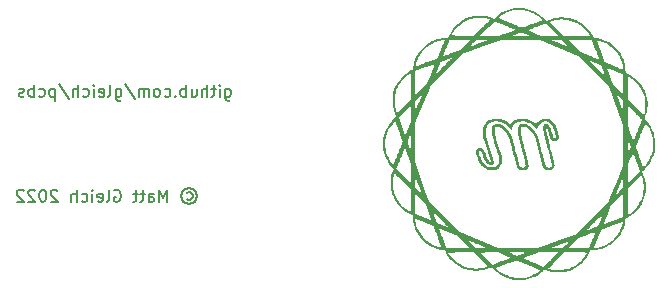
<source format=gbo>
%TF.GenerationSoftware,KiCad,Pcbnew,(6.0.1-0)*%
%TF.CreationDate,2022-02-10T18:49:38-05:00*%
%TF.ProjectId,torch,746f7263-682e-46b6-9963-61645f706362,rev?*%
%TF.SameCoordinates,Original*%
%TF.FileFunction,Legend,Bot*%
%TF.FilePolarity,Positive*%
%FSLAX46Y46*%
G04 Gerber Fmt 4.6, Leading zero omitted, Abs format (unit mm)*
G04 Created by KiCad (PCBNEW (6.0.1-0)) date 2022-02-10 18:49:38*
%MOMM*%
%LPD*%
G01*
G04 APERTURE LIST*
%ADD10C,0.150000*%
G04 APERTURE END LIST*
D10*
X142739000Y-71413714D02*
X142739000Y-72223238D01*
X142786619Y-72318476D01*
X142834238Y-72366095D01*
X142929476Y-72413714D01*
X143072333Y-72413714D01*
X143167571Y-72366095D01*
X142739000Y-72032761D02*
X142834238Y-72080380D01*
X143024714Y-72080380D01*
X143119952Y-72032761D01*
X143167571Y-71985142D01*
X143215190Y-71889904D01*
X143215190Y-71604190D01*
X143167571Y-71508952D01*
X143119952Y-71461333D01*
X143024714Y-71413714D01*
X142834238Y-71413714D01*
X142739000Y-71461333D01*
X142262809Y-72080380D02*
X142262809Y-71413714D01*
X142262809Y-71080380D02*
X142310428Y-71128000D01*
X142262809Y-71175619D01*
X142215190Y-71128000D01*
X142262809Y-71080380D01*
X142262809Y-71175619D01*
X141929476Y-71413714D02*
X141548523Y-71413714D01*
X141786619Y-71080380D02*
X141786619Y-71937523D01*
X141739000Y-72032761D01*
X141643761Y-72080380D01*
X141548523Y-72080380D01*
X141215190Y-72080380D02*
X141215190Y-71080380D01*
X140786619Y-72080380D02*
X140786619Y-71556571D01*
X140834238Y-71461333D01*
X140929476Y-71413714D01*
X141072333Y-71413714D01*
X141167571Y-71461333D01*
X141215190Y-71508952D01*
X139881857Y-71413714D02*
X139881857Y-72080380D01*
X140310428Y-71413714D02*
X140310428Y-71937523D01*
X140262809Y-72032761D01*
X140167571Y-72080380D01*
X140024714Y-72080380D01*
X139929476Y-72032761D01*
X139881857Y-71985142D01*
X139405666Y-72080380D02*
X139405666Y-71080380D01*
X139405666Y-71461333D02*
X139310428Y-71413714D01*
X139119952Y-71413714D01*
X139024714Y-71461333D01*
X138977095Y-71508952D01*
X138929476Y-71604190D01*
X138929476Y-71889904D01*
X138977095Y-71985142D01*
X139024714Y-72032761D01*
X139119952Y-72080380D01*
X139310428Y-72080380D01*
X139405666Y-72032761D01*
X138500904Y-71985142D02*
X138453285Y-72032761D01*
X138500904Y-72080380D01*
X138548523Y-72032761D01*
X138500904Y-71985142D01*
X138500904Y-72080380D01*
X137596142Y-72032761D02*
X137691380Y-72080380D01*
X137881857Y-72080380D01*
X137977095Y-72032761D01*
X138024714Y-71985142D01*
X138072333Y-71889904D01*
X138072333Y-71604190D01*
X138024714Y-71508952D01*
X137977095Y-71461333D01*
X137881857Y-71413714D01*
X137691380Y-71413714D01*
X137596142Y-71461333D01*
X137024714Y-72080380D02*
X137119952Y-72032761D01*
X137167571Y-71985142D01*
X137215190Y-71889904D01*
X137215190Y-71604190D01*
X137167571Y-71508952D01*
X137119952Y-71461333D01*
X137024714Y-71413714D01*
X136881857Y-71413714D01*
X136786619Y-71461333D01*
X136739000Y-71508952D01*
X136691380Y-71604190D01*
X136691380Y-71889904D01*
X136739000Y-71985142D01*
X136786619Y-72032761D01*
X136881857Y-72080380D01*
X137024714Y-72080380D01*
X136262809Y-72080380D02*
X136262809Y-71413714D01*
X136262809Y-71508952D02*
X136215190Y-71461333D01*
X136119952Y-71413714D01*
X135977095Y-71413714D01*
X135881857Y-71461333D01*
X135834238Y-71556571D01*
X135834238Y-72080380D01*
X135834238Y-71556571D02*
X135786619Y-71461333D01*
X135691380Y-71413714D01*
X135548523Y-71413714D01*
X135453285Y-71461333D01*
X135405666Y-71556571D01*
X135405666Y-72080380D01*
X134215190Y-71032761D02*
X135072333Y-72318476D01*
X133453285Y-71413714D02*
X133453285Y-72223238D01*
X133500904Y-72318476D01*
X133548523Y-72366095D01*
X133643761Y-72413714D01*
X133786619Y-72413714D01*
X133881857Y-72366095D01*
X133453285Y-72032761D02*
X133548523Y-72080380D01*
X133739000Y-72080380D01*
X133834238Y-72032761D01*
X133881857Y-71985142D01*
X133929476Y-71889904D01*
X133929476Y-71604190D01*
X133881857Y-71508952D01*
X133834238Y-71461333D01*
X133739000Y-71413714D01*
X133548523Y-71413714D01*
X133453285Y-71461333D01*
X132834238Y-72080380D02*
X132929476Y-72032761D01*
X132977095Y-71937523D01*
X132977095Y-71080380D01*
X132072333Y-72032761D02*
X132167571Y-72080380D01*
X132358047Y-72080380D01*
X132453285Y-72032761D01*
X132500904Y-71937523D01*
X132500904Y-71556571D01*
X132453285Y-71461333D01*
X132358047Y-71413714D01*
X132167571Y-71413714D01*
X132072333Y-71461333D01*
X132024714Y-71556571D01*
X132024714Y-71651809D01*
X132500904Y-71747047D01*
X131596142Y-72080380D02*
X131596142Y-71413714D01*
X131596142Y-71080380D02*
X131643761Y-71128000D01*
X131596142Y-71175619D01*
X131548523Y-71128000D01*
X131596142Y-71080380D01*
X131596142Y-71175619D01*
X130691380Y-72032761D02*
X130786619Y-72080380D01*
X130977095Y-72080380D01*
X131072333Y-72032761D01*
X131119952Y-71985142D01*
X131167571Y-71889904D01*
X131167571Y-71604190D01*
X131119952Y-71508952D01*
X131072333Y-71461333D01*
X130977095Y-71413714D01*
X130786619Y-71413714D01*
X130691380Y-71461333D01*
X130262809Y-72080380D02*
X130262809Y-71080380D01*
X129834238Y-72080380D02*
X129834238Y-71556571D01*
X129881857Y-71461333D01*
X129977095Y-71413714D01*
X130119952Y-71413714D01*
X130215190Y-71461333D01*
X130262809Y-71508952D01*
X128643761Y-71032761D02*
X129500904Y-72318476D01*
X128310428Y-71413714D02*
X128310428Y-72413714D01*
X128310428Y-71461333D02*
X128215190Y-71413714D01*
X128024714Y-71413714D01*
X127929476Y-71461333D01*
X127881857Y-71508952D01*
X127834238Y-71604190D01*
X127834238Y-71889904D01*
X127881857Y-71985142D01*
X127929476Y-72032761D01*
X128024714Y-72080380D01*
X128215190Y-72080380D01*
X128310428Y-72032761D01*
X126977095Y-72032761D02*
X127072333Y-72080380D01*
X127262809Y-72080380D01*
X127358047Y-72032761D01*
X127405666Y-71985142D01*
X127453285Y-71889904D01*
X127453285Y-71604190D01*
X127405666Y-71508952D01*
X127358047Y-71461333D01*
X127262809Y-71413714D01*
X127072333Y-71413714D01*
X126977095Y-71461333D01*
X126548523Y-72080380D02*
X126548523Y-71080380D01*
X126548523Y-71461333D02*
X126453285Y-71413714D01*
X126262809Y-71413714D01*
X126167571Y-71461333D01*
X126119952Y-71508952D01*
X126072333Y-71604190D01*
X126072333Y-71889904D01*
X126119952Y-71985142D01*
X126167571Y-72032761D01*
X126262809Y-72080380D01*
X126453285Y-72080380D01*
X126548523Y-72032761D01*
X125691380Y-72032761D02*
X125596142Y-72080380D01*
X125405666Y-72080380D01*
X125310428Y-72032761D01*
X125262809Y-71937523D01*
X125262809Y-71889904D01*
X125310428Y-71794666D01*
X125405666Y-71747047D01*
X125548523Y-71747047D01*
X125643761Y-71699428D01*
X125691380Y-71604190D01*
X125691380Y-71556571D01*
X125643761Y-71461333D01*
X125548523Y-71413714D01*
X125405666Y-71413714D01*
X125310428Y-71461333D01*
X139476904Y-80208476D02*
X139572142Y-80160857D01*
X139762619Y-80160857D01*
X139857857Y-80208476D01*
X139953095Y-80303714D01*
X140000714Y-80398952D01*
X140000714Y-80589428D01*
X139953095Y-80684666D01*
X139857857Y-80779904D01*
X139762619Y-80827523D01*
X139572142Y-80827523D01*
X139476904Y-80779904D01*
X139667380Y-79827523D02*
X139905476Y-79875142D01*
X140143571Y-80018000D01*
X140286428Y-80256095D01*
X140334047Y-80494190D01*
X140286428Y-80732285D01*
X140143571Y-80970380D01*
X139905476Y-81113238D01*
X139667380Y-81160857D01*
X139429285Y-81113238D01*
X139191190Y-80970380D01*
X139048333Y-80732285D01*
X139000714Y-80494190D01*
X139048333Y-80256095D01*
X139191190Y-80018000D01*
X139429285Y-79875142D01*
X139667380Y-79827523D01*
X137810238Y-80970380D02*
X137810238Y-79970380D01*
X137476904Y-80684666D01*
X137143571Y-79970380D01*
X137143571Y-80970380D01*
X136238809Y-80970380D02*
X136238809Y-80446571D01*
X136286428Y-80351333D01*
X136381666Y-80303714D01*
X136572142Y-80303714D01*
X136667380Y-80351333D01*
X136238809Y-80922761D02*
X136334047Y-80970380D01*
X136572142Y-80970380D01*
X136667380Y-80922761D01*
X136715000Y-80827523D01*
X136715000Y-80732285D01*
X136667380Y-80637047D01*
X136572142Y-80589428D01*
X136334047Y-80589428D01*
X136238809Y-80541809D01*
X135905476Y-80303714D02*
X135524523Y-80303714D01*
X135762619Y-79970380D02*
X135762619Y-80827523D01*
X135715000Y-80922761D01*
X135619761Y-80970380D01*
X135524523Y-80970380D01*
X135334047Y-80303714D02*
X134953095Y-80303714D01*
X135191190Y-79970380D02*
X135191190Y-80827523D01*
X135143571Y-80922761D01*
X135048333Y-80970380D01*
X134953095Y-80970380D01*
X133334047Y-80018000D02*
X133429285Y-79970380D01*
X133572142Y-79970380D01*
X133715000Y-80018000D01*
X133810238Y-80113238D01*
X133857857Y-80208476D01*
X133905476Y-80398952D01*
X133905476Y-80541809D01*
X133857857Y-80732285D01*
X133810238Y-80827523D01*
X133715000Y-80922761D01*
X133572142Y-80970380D01*
X133476904Y-80970380D01*
X133334047Y-80922761D01*
X133286428Y-80875142D01*
X133286428Y-80541809D01*
X133476904Y-80541809D01*
X132715000Y-80970380D02*
X132810238Y-80922761D01*
X132857857Y-80827523D01*
X132857857Y-79970380D01*
X131953095Y-80922761D02*
X132048333Y-80970380D01*
X132238809Y-80970380D01*
X132334047Y-80922761D01*
X132381666Y-80827523D01*
X132381666Y-80446571D01*
X132334047Y-80351333D01*
X132238809Y-80303714D01*
X132048333Y-80303714D01*
X131953095Y-80351333D01*
X131905476Y-80446571D01*
X131905476Y-80541809D01*
X132381666Y-80637047D01*
X131476904Y-80970380D02*
X131476904Y-80303714D01*
X131476904Y-79970380D02*
X131524523Y-80018000D01*
X131476904Y-80065619D01*
X131429285Y-80018000D01*
X131476904Y-79970380D01*
X131476904Y-80065619D01*
X130572142Y-80922761D02*
X130667380Y-80970380D01*
X130857857Y-80970380D01*
X130953095Y-80922761D01*
X131000714Y-80875142D01*
X131048333Y-80779904D01*
X131048333Y-80494190D01*
X131000714Y-80398952D01*
X130953095Y-80351333D01*
X130857857Y-80303714D01*
X130667380Y-80303714D01*
X130572142Y-80351333D01*
X130143571Y-80970380D02*
X130143571Y-79970380D01*
X129715000Y-80970380D02*
X129715000Y-80446571D01*
X129762619Y-80351333D01*
X129857857Y-80303714D01*
X130000714Y-80303714D01*
X130095952Y-80351333D01*
X130143571Y-80398952D01*
X128524523Y-80065619D02*
X128476904Y-80018000D01*
X128381666Y-79970380D01*
X128143571Y-79970380D01*
X128048333Y-80018000D01*
X128000714Y-80065619D01*
X127953095Y-80160857D01*
X127953095Y-80256095D01*
X128000714Y-80398952D01*
X128572142Y-80970380D01*
X127953095Y-80970380D01*
X127334047Y-79970380D02*
X127238809Y-79970380D01*
X127143571Y-80018000D01*
X127095952Y-80065619D01*
X127048333Y-80160857D01*
X127000714Y-80351333D01*
X127000714Y-80589428D01*
X127048333Y-80779904D01*
X127095952Y-80875142D01*
X127143571Y-80922761D01*
X127238809Y-80970380D01*
X127334047Y-80970380D01*
X127429285Y-80922761D01*
X127476904Y-80875142D01*
X127524523Y-80779904D01*
X127572142Y-80589428D01*
X127572142Y-80351333D01*
X127524523Y-80160857D01*
X127476904Y-80065619D01*
X127429285Y-80018000D01*
X127334047Y-79970380D01*
X126619761Y-80065619D02*
X126572142Y-80018000D01*
X126476904Y-79970380D01*
X126238809Y-79970380D01*
X126143571Y-80018000D01*
X126095952Y-80065619D01*
X126048333Y-80160857D01*
X126048333Y-80256095D01*
X126095952Y-80398952D01*
X126667380Y-80970380D01*
X126048333Y-80970380D01*
X125667380Y-80065619D02*
X125619761Y-80018000D01*
X125524523Y-79970380D01*
X125286428Y-79970380D01*
X125191190Y-80018000D01*
X125143571Y-80065619D01*
X125095952Y-80160857D01*
X125095952Y-80256095D01*
X125143571Y-80398952D01*
X125715000Y-80970380D01*
X125095952Y-80970380D01*
%TO.C,logo*%
G36*
X173925600Y-67084297D02*
G01*
X173997183Y-67093175D01*
X174152882Y-67114367D01*
X174306412Y-67140470D01*
X174445170Y-67170730D01*
X174577209Y-67206926D01*
X174710580Y-67250838D01*
X174960841Y-67353196D01*
X175214040Y-67487131D01*
X175452036Y-67645136D01*
X175673047Y-67825434D01*
X175875295Y-68026248D01*
X176057001Y-68245799D01*
X176216384Y-68482311D01*
X176351666Y-68734006D01*
X176461066Y-68999107D01*
X176489111Y-69083127D01*
X176546719Y-69293273D01*
X176590028Y-69509846D01*
X176617293Y-69723113D01*
X176620513Y-69791161D01*
X176626769Y-69923338D01*
X176626769Y-70073379D01*
X176674973Y-70090183D01*
X176718386Y-70107383D01*
X176790239Y-70140169D01*
X176875076Y-70182066D01*
X176965902Y-70229410D01*
X177055725Y-70278538D01*
X177137549Y-70325788D01*
X177204383Y-70367494D01*
X177377473Y-70491024D01*
X177600487Y-70680769D01*
X177801655Y-70889902D01*
X177979839Y-71116931D01*
X178133902Y-71360362D01*
X178262705Y-71618703D01*
X178365111Y-71890460D01*
X178399569Y-72004521D01*
X178440604Y-72168616D01*
X178469426Y-72330577D01*
X178487761Y-72500838D01*
X178497335Y-72689834D01*
X178497766Y-72764849D01*
X178498325Y-72862339D01*
X178483246Y-73115564D01*
X178447042Y-73355926D01*
X178388691Y-73589502D01*
X178307175Y-73822369D01*
X178245315Y-73977640D01*
X178290449Y-74023673D01*
X178356839Y-74091386D01*
X178428816Y-74167639D01*
X178608157Y-74386526D01*
X178762851Y-74620099D01*
X178892644Y-74866230D01*
X178997286Y-75122788D01*
X179076525Y-75387645D01*
X179130109Y-75658671D01*
X179157786Y-75933736D01*
X179158992Y-76153685D01*
X179159305Y-76210711D01*
X179134413Y-76487468D01*
X179082860Y-76761875D01*
X179004393Y-77031804D01*
X178898760Y-77295126D01*
X178765710Y-77549711D01*
X178727985Y-77612206D01*
X178657004Y-77720619D01*
X178580460Y-77824806D01*
X178493831Y-77930439D01*
X178392595Y-78043191D01*
X178272229Y-78168735D01*
X178093225Y-78350997D01*
X178048435Y-78396602D01*
X178146052Y-78671334D01*
X178147464Y-78675311D01*
X178215023Y-78876927D01*
X178267472Y-79060239D01*
X178306093Y-79231935D01*
X178332169Y-79398703D01*
X178346982Y-79567230D01*
X178348661Y-79628700D01*
X178351816Y-79744204D01*
X178351331Y-79801678D01*
X178331434Y-80091205D01*
X178283188Y-80373977D01*
X178207674Y-80648250D01*
X178105972Y-80912280D01*
X177979162Y-81164324D01*
X177828324Y-81402640D01*
X177654537Y-81625483D01*
X177458883Y-81831111D01*
X177242440Y-82017781D01*
X177006289Y-82183748D01*
X176751511Y-82327271D01*
X176628703Y-82388606D01*
X176619825Y-82460188D01*
X176598633Y-82615887D01*
X176584562Y-82698649D01*
X176572530Y-82769417D01*
X176542270Y-82908175D01*
X176506074Y-83040214D01*
X176462162Y-83173586D01*
X176359446Y-83424559D01*
X176225476Y-83677559D01*
X176067430Y-83915414D01*
X175887100Y-84136332D01*
X175686278Y-84338518D01*
X175466755Y-84520178D01*
X175230322Y-84679520D01*
X174978771Y-84814749D01*
X174713893Y-84924072D01*
X174629873Y-84952117D01*
X174419727Y-85009724D01*
X174203154Y-85053033D01*
X173989887Y-85080298D01*
X173789662Y-85089775D01*
X173639621Y-85089775D01*
X173622817Y-85137979D01*
X173605617Y-85181392D01*
X173572831Y-85253245D01*
X173558782Y-85281692D01*
X173530934Y-85338081D01*
X173483590Y-85428908D01*
X173434462Y-85518730D01*
X173387212Y-85600555D01*
X173345506Y-85667388D01*
X173221976Y-85840478D01*
X173032231Y-86063492D01*
X172823098Y-86264660D01*
X172596069Y-86442844D01*
X172352638Y-86596907D01*
X172094297Y-86725710D01*
X171822540Y-86828116D01*
X171708479Y-86862575D01*
X171544384Y-86903609D01*
X171382423Y-86932431D01*
X171212162Y-86950766D01*
X171023166Y-86960341D01*
X170850661Y-86961331D01*
X170597436Y-86946252D01*
X170357074Y-86910047D01*
X170123498Y-86851697D01*
X169890631Y-86770180D01*
X169735360Y-86708321D01*
X169677150Y-86765393D01*
X169621614Y-86819844D01*
X169549357Y-86888158D01*
X169328816Y-87069171D01*
X169090784Y-87226580D01*
X168837078Y-87359507D01*
X168569512Y-87467076D01*
X168289905Y-87548410D01*
X168000071Y-87602632D01*
X167919502Y-87612214D01*
X167670878Y-87625217D01*
X167413352Y-87615790D01*
X167154251Y-87584709D01*
X166900898Y-87532749D01*
X166660619Y-87460687D01*
X166608854Y-87441920D01*
X166415603Y-87362653D01*
X166235407Y-87272352D01*
X166063220Y-87167738D01*
X165893997Y-87045533D01*
X165722694Y-86902458D01*
X165544265Y-86735234D01*
X165386225Y-86580019D01*
X165643353Y-86580019D01*
X165700241Y-86639408D01*
X165735416Y-86674322D01*
X165808094Y-86740371D01*
X165893560Y-86812771D01*
X165984186Y-86885309D01*
X166072343Y-86951775D01*
X166150403Y-87005956D01*
X166309372Y-87101338D01*
X166552848Y-87219929D01*
X166809787Y-87315347D01*
X167074951Y-87385735D01*
X167343101Y-87429232D01*
X167554716Y-87443562D01*
X167829869Y-87436288D01*
X168103592Y-87400542D01*
X168372940Y-87337054D01*
X168634970Y-87246554D01*
X168886735Y-87129771D01*
X169125293Y-86987437D01*
X169190310Y-86942619D01*
X169259468Y-86892068D01*
X169318200Y-86846068D01*
X169362857Y-86807622D01*
X169389789Y-86779730D01*
X169395346Y-86765393D01*
X169391194Y-86763158D01*
X169363371Y-86750680D01*
X169311814Y-86728498D01*
X169239228Y-86697730D01*
X169148319Y-86659495D01*
X169103350Y-86640674D01*
X170071135Y-86640674D01*
X170073098Y-86642105D01*
X170098204Y-86652207D01*
X170144959Y-86666767D01*
X170207066Y-86684135D01*
X170278227Y-86702659D01*
X170352144Y-86720689D01*
X170422521Y-86736574D01*
X170483060Y-86748662D01*
X170536055Y-86756364D01*
X170627183Y-86765155D01*
X170734538Y-86772034D01*
X170850441Y-86776787D01*
X170967218Y-86779194D01*
X171077190Y-86779042D01*
X171172682Y-86776112D01*
X171246017Y-86770187D01*
X171276380Y-86766203D01*
X171553356Y-86713662D01*
X171822191Y-86633688D01*
X172080630Y-86527614D01*
X172326417Y-86396773D01*
X172557297Y-86242497D01*
X172771014Y-86066119D01*
X172965313Y-85868971D01*
X173137940Y-85652386D01*
X173151730Y-85632527D01*
X173185868Y-85580503D01*
X173223940Y-85519632D01*
X173262598Y-85455605D01*
X173298494Y-85394108D01*
X173328279Y-85340831D01*
X173348606Y-85301463D01*
X173356125Y-85281692D01*
X173354663Y-85281036D01*
X173331183Y-85279009D01*
X173280990Y-85277106D01*
X173206588Y-85275355D01*
X173110483Y-85273790D01*
X172995182Y-85272439D01*
X172863190Y-85271336D01*
X172717012Y-85270509D01*
X172559155Y-85269990D01*
X172392124Y-85269810D01*
X171428122Y-85269810D01*
X170746206Y-85951850D01*
X170708309Y-85989775D01*
X170592207Y-86106231D01*
X170483340Y-86215828D01*
X170383461Y-86316777D01*
X170294323Y-86407290D01*
X170217681Y-86485576D01*
X170155288Y-86549846D01*
X170108897Y-86598312D01*
X170080261Y-86629185D01*
X170071135Y-86640674D01*
X169103350Y-86640674D01*
X169041792Y-86614910D01*
X168922352Y-86565095D01*
X168792706Y-86511166D01*
X168655558Y-86454242D01*
X168513614Y-86395442D01*
X168369579Y-86335884D01*
X168226159Y-86276685D01*
X168086060Y-86218965D01*
X167951985Y-86163840D01*
X167826642Y-86112430D01*
X167712735Y-86065852D01*
X167612971Y-86025225D01*
X167530053Y-85991667D01*
X167466688Y-85966297D01*
X167425581Y-85950231D01*
X167409438Y-85944589D01*
X167408780Y-85944672D01*
X167388460Y-85950912D01*
X167342740Y-85966453D01*
X167274076Y-85990420D01*
X167184926Y-86021936D01*
X167077748Y-86060126D01*
X166954999Y-86104116D01*
X166819137Y-86153029D01*
X166672619Y-86205992D01*
X166517902Y-86262127D01*
X166049084Y-86432539D01*
X165643353Y-86580019D01*
X165386225Y-86580019D01*
X165316398Y-86511440D01*
X165041666Y-86609057D01*
X165037689Y-86610469D01*
X164836073Y-86678029D01*
X164652761Y-86730477D01*
X164481065Y-86769098D01*
X164314297Y-86795174D01*
X164145770Y-86809988D01*
X163968796Y-86814822D01*
X163911322Y-86814337D01*
X163621795Y-86794440D01*
X163339023Y-86746194D01*
X163064750Y-86670680D01*
X162800720Y-86568978D01*
X162548676Y-86442168D01*
X162310360Y-86291329D01*
X162087517Y-86117543D01*
X161881889Y-85921888D01*
X161695219Y-85705446D01*
X161529252Y-85469295D01*
X161421103Y-85277312D01*
X161621044Y-85277312D01*
X161709717Y-85412338D01*
X161810529Y-85555420D01*
X161990211Y-85769450D01*
X162189927Y-85962863D01*
X162407590Y-86134388D01*
X162641113Y-86282755D01*
X162888408Y-86406693D01*
X163147390Y-86504931D01*
X163415970Y-86576199D01*
X163692062Y-86619226D01*
X163699248Y-86619941D01*
X163796729Y-86627053D01*
X163906503Y-86631241D01*
X164018045Y-86632385D01*
X164120827Y-86630366D01*
X164204324Y-86625063D01*
X164238186Y-86621371D01*
X164355970Y-86604481D01*
X164482441Y-86581205D01*
X164609883Y-86553323D01*
X164730578Y-86522614D01*
X164836808Y-86490858D01*
X164920854Y-86459835D01*
X164984757Y-86432539D01*
X164403083Y-85851076D01*
X163829110Y-85277312D01*
X164339179Y-85277312D01*
X165367053Y-86300452D01*
X166094696Y-86033367D01*
X166137019Y-86017832D01*
X166277129Y-85966403D01*
X166408978Y-85918005D01*
X166529723Y-85873681D01*
X166636521Y-85834476D01*
X166726526Y-85801434D01*
X166796895Y-85775599D01*
X166844784Y-85758015D01*
X166867348Y-85749726D01*
X166867540Y-85749650D01*
X167935973Y-85749650D01*
X167936282Y-85750412D01*
X167954090Y-85760330D01*
X167996802Y-85780411D01*
X168062117Y-85809666D01*
X168147739Y-85847102D01*
X168251368Y-85891728D01*
X168370707Y-85942554D01*
X168503457Y-85998588D01*
X168647320Y-86058838D01*
X168799998Y-86122313D01*
X168834501Y-86136602D01*
X168986320Y-86199370D01*
X169129487Y-86258392D01*
X169261621Y-86312697D01*
X169380339Y-86361312D01*
X169483259Y-86403267D01*
X169568000Y-86437589D01*
X169632180Y-86463308D01*
X169673416Y-86479452D01*
X169689327Y-86485049D01*
X169697656Y-86478699D01*
X169725695Y-86453058D01*
X169771463Y-86409500D01*
X169833035Y-86349911D01*
X169908484Y-86276174D01*
X169995884Y-86190174D01*
X170093308Y-86093793D01*
X170198831Y-85988917D01*
X170310526Y-85877430D01*
X170918007Y-85269810D01*
X169245823Y-85269810D01*
X169219930Y-85279182D01*
X168596692Y-85504767D01*
X168481551Y-85546533D01*
X168356012Y-85592290D01*
X168241583Y-85634230D01*
X168141119Y-85671295D01*
X168057471Y-85702427D01*
X167993496Y-85726568D01*
X167967478Y-85736670D01*
X167952045Y-85742662D01*
X167935973Y-85749650D01*
X166867540Y-85749650D01*
X166871960Y-85747902D01*
X166879694Y-85743001D01*
X166880318Y-85736670D01*
X166871540Y-85727799D01*
X166851065Y-85715278D01*
X166816602Y-85697997D01*
X166765856Y-85674846D01*
X166696535Y-85644716D01*
X166606345Y-85606496D01*
X166492993Y-85559076D01*
X166354187Y-85501347D01*
X165799213Y-85270852D01*
X166747324Y-85270852D01*
X167067377Y-85404229D01*
X167119074Y-85425760D01*
X167206779Y-85462226D01*
X167283361Y-85493990D01*
X167344676Y-85519338D01*
X167386584Y-85536555D01*
X167404944Y-85543927D01*
X167414525Y-85542206D01*
X167448832Y-85532057D01*
X167503455Y-85514351D01*
X167573839Y-85490687D01*
X167655427Y-85462670D01*
X167743664Y-85431901D01*
X167833995Y-85399982D01*
X167921863Y-85368516D01*
X168002714Y-85339105D01*
X168071991Y-85313350D01*
X168125139Y-85292855D01*
X168157602Y-85279221D01*
X168157673Y-85279182D01*
X168145469Y-85277760D01*
X168106168Y-85276408D01*
X168042602Y-85275157D01*
X167957605Y-85274039D01*
X167854009Y-85273084D01*
X167734649Y-85272325D01*
X167602356Y-85271791D01*
X167459965Y-85271516D01*
X166747324Y-85270852D01*
X165799213Y-85270852D01*
X165796016Y-85269524D01*
X165067598Y-85273418D01*
X164339179Y-85277312D01*
X163829110Y-85277312D01*
X163821409Y-85269614D01*
X162721227Y-85273463D01*
X161621044Y-85277312D01*
X161421103Y-85277312D01*
X161385729Y-85214516D01*
X161324394Y-85091709D01*
X161252812Y-85082831D01*
X161097113Y-85061639D01*
X160943583Y-85035535D01*
X160804825Y-85005275D01*
X160672786Y-84969079D01*
X160539414Y-84925167D01*
X160288441Y-84822452D01*
X160035441Y-84688481D01*
X159797586Y-84530436D01*
X159576668Y-84350106D01*
X159374482Y-84149284D01*
X159192822Y-83929760D01*
X159033480Y-83693327D01*
X158898251Y-83441776D01*
X158788928Y-83176898D01*
X158760883Y-83092878D01*
X158703276Y-82882733D01*
X158659967Y-82666159D01*
X158632702Y-82452893D01*
X158629338Y-82381813D01*
X158809138Y-82381813D01*
X158810919Y-82406563D01*
X158815102Y-82451386D01*
X158821051Y-82509267D01*
X158829156Y-82573668D01*
X158853195Y-82713531D01*
X158885535Y-82860096D01*
X158923339Y-83001127D01*
X158963767Y-83124388D01*
X159004293Y-83227724D01*
X159126439Y-83484629D01*
X159272107Y-83724729D01*
X159439806Y-83946665D01*
X159628045Y-84149079D01*
X159835334Y-84330612D01*
X160060181Y-84489905D01*
X160301095Y-84625598D01*
X160556585Y-84736334D01*
X160825160Y-84820754D01*
X160879554Y-84834635D01*
X160947768Y-84851167D01*
X160993695Y-84860524D01*
X161021428Y-84863297D01*
X161035065Y-84860073D01*
X161038701Y-84851441D01*
X161037338Y-84846518D01*
X161027434Y-84817163D01*
X161008826Y-84764072D01*
X160982562Y-84690132D01*
X160949691Y-84598230D01*
X160911261Y-84491254D01*
X160868320Y-84372090D01*
X160821916Y-84243625D01*
X160773097Y-84108748D01*
X160722913Y-83970344D01*
X160672409Y-83831301D01*
X160622636Y-83694506D01*
X160574641Y-83562846D01*
X160529473Y-83439209D01*
X160488179Y-83326481D01*
X160451807Y-83227549D01*
X160448552Y-83218742D01*
X160835245Y-83218742D01*
X160839716Y-83232666D01*
X160853602Y-83272360D01*
X160876026Y-83335369D01*
X160906107Y-83419243D01*
X160942960Y-83521532D01*
X160985704Y-83639784D01*
X161033454Y-83771551D01*
X161085329Y-83914380D01*
X161140446Y-84065823D01*
X161426653Y-84851441D01*
X161447891Y-84909739D01*
X163461624Y-84909739D01*
X162943714Y-84391830D01*
X162813790Y-84261906D01*
X163338303Y-84261906D01*
X163349547Y-84278278D01*
X163373809Y-84306169D01*
X163412740Y-84347505D01*
X163467995Y-84404213D01*
X163541226Y-84478220D01*
X163634087Y-84571451D01*
X163971528Y-84909739D01*
X164442996Y-84909739D01*
X164504315Y-84909691D01*
X164614379Y-84909349D01*
X164712038Y-84908712D01*
X164793770Y-84907825D01*
X164856057Y-84906730D01*
X164895377Y-84905469D01*
X164908212Y-84904086D01*
X164905367Y-84902663D01*
X164879996Y-84891600D01*
X164830548Y-84870624D01*
X164759616Y-84840817D01*
X164669790Y-84803261D01*
X164563661Y-84759039D01*
X164443821Y-84709233D01*
X164312862Y-84654924D01*
X164173373Y-84597195D01*
X164126405Y-84577774D01*
X163985977Y-84519690D01*
X163852843Y-84464595D01*
X163729923Y-84413700D01*
X163620136Y-84368213D01*
X163526402Y-84329346D01*
X163451641Y-84298308D01*
X163398772Y-84276310D01*
X163370715Y-84264560D01*
X163366135Y-84262639D01*
X163348250Y-84256013D01*
X163338421Y-84255127D01*
X163338303Y-84261906D01*
X162813790Y-84261906D01*
X162425805Y-83873920D01*
X161631647Y-83544749D01*
X161515431Y-83496622D01*
X161376462Y-83439195D01*
X161247989Y-83386238D01*
X161132470Y-83338758D01*
X161032363Y-83297761D01*
X160950129Y-83264255D01*
X160888225Y-83239245D01*
X160849111Y-83223739D01*
X160835245Y-83218742D01*
X160448552Y-83218742D01*
X160421407Y-83145301D01*
X160398026Y-83082624D01*
X160382712Y-83042405D01*
X160376514Y-83027531D01*
X160374364Y-83026406D01*
X160350764Y-83016028D01*
X160303641Y-82995992D01*
X160236008Y-82967545D01*
X160150877Y-82931932D01*
X160051263Y-82890401D01*
X159940178Y-82844198D01*
X159820635Y-82794569D01*
X159695647Y-82742762D01*
X159568229Y-82690023D01*
X159441393Y-82637598D01*
X159318151Y-82586734D01*
X159201518Y-82538679D01*
X159094506Y-82494677D01*
X159000129Y-82455977D01*
X158921400Y-82423824D01*
X158861332Y-82399465D01*
X158822938Y-82384147D01*
X158809232Y-82379116D01*
X158809138Y-82381813D01*
X158629338Y-82381813D01*
X158623225Y-82252668D01*
X158623225Y-82102626D01*
X158575021Y-82085822D01*
X158531608Y-82068623D01*
X158459755Y-82035837D01*
X158374919Y-81993940D01*
X158284092Y-81946596D01*
X158194270Y-81897467D01*
X158112445Y-81850218D01*
X158045612Y-81808512D01*
X157872522Y-81684982D01*
X157649508Y-81495237D01*
X157448340Y-81286103D01*
X157270156Y-81059074D01*
X157116093Y-80815643D01*
X156987290Y-80557303D01*
X156884884Y-80285545D01*
X156850425Y-80171484D01*
X156809391Y-80007390D01*
X156780569Y-79845429D01*
X156762234Y-79675168D01*
X156752659Y-79486172D01*
X156752228Y-79411157D01*
X156936651Y-79411157D01*
X156937052Y-79497692D01*
X156938397Y-79590595D01*
X156941161Y-79665229D01*
X156945882Y-79728273D01*
X156953099Y-79786405D01*
X156963347Y-79846304D01*
X156977165Y-79914648D01*
X157013501Y-80070993D01*
X157063268Y-80241678D01*
X157123298Y-80404060D01*
X157197553Y-80569917D01*
X157297269Y-80758405D01*
X157451882Y-80996400D01*
X157628704Y-81214567D01*
X157826996Y-81412109D01*
X158046017Y-81588229D01*
X158285029Y-81742129D01*
X158326024Y-81765300D01*
X158376964Y-81793088D01*
X158414070Y-81812091D01*
X158431308Y-81819131D01*
X158431964Y-81817668D01*
X158433991Y-81794189D01*
X158435894Y-81743995D01*
X158437645Y-81669594D01*
X158439210Y-81573489D01*
X158440561Y-81458188D01*
X158441664Y-81326195D01*
X158442491Y-81180018D01*
X158442701Y-81116169D01*
X158803261Y-81116169D01*
X158803364Y-81287369D01*
X158803751Y-81453198D01*
X158804464Y-81592614D01*
X158805543Y-81707516D01*
X158807031Y-81799806D01*
X158808967Y-81871384D01*
X158811392Y-81924151D01*
X158814348Y-81960006D01*
X158817875Y-81980852D01*
X158822014Y-81988589D01*
X158822356Y-81988728D01*
X158841450Y-81996618D01*
X158885302Y-82014777D01*
X158951149Y-82042059D01*
X159036230Y-82077320D01*
X159137781Y-82119415D01*
X159253040Y-82167198D01*
X159379245Y-82219525D01*
X159513633Y-82275250D01*
X159525843Y-82280313D01*
X159659024Y-82335482D01*
X159783349Y-82386887D01*
X159896127Y-82433421D01*
X159994662Y-82473977D01*
X160076262Y-82507447D01*
X160138234Y-82532725D01*
X160177883Y-82548703D01*
X160192516Y-82554276D01*
X160193970Y-82554004D01*
X160195747Y-82550764D01*
X160195042Y-82542033D01*
X160191076Y-82525540D01*
X160183075Y-82499013D01*
X160170260Y-82460183D01*
X160151856Y-82406777D01*
X160127086Y-82336525D01*
X160095173Y-82247156D01*
X160055341Y-82136399D01*
X160006812Y-82001982D01*
X159948812Y-81841635D01*
X159921336Y-81765714D01*
X160307950Y-81765714D01*
X160313645Y-81786515D01*
X160328222Y-81830556D01*
X160350235Y-81893915D01*
X160378239Y-81972672D01*
X160410786Y-82062905D01*
X160446430Y-82160694D01*
X160483725Y-82262118D01*
X160521224Y-82363257D01*
X160557482Y-82460189D01*
X160591051Y-82548995D01*
X160591729Y-82550764D01*
X160620486Y-82625753D01*
X160644341Y-82686542D01*
X160661168Y-82727441D01*
X160669521Y-82744531D01*
X160684273Y-82752934D01*
X160724071Y-82771735D01*
X160785419Y-82799189D01*
X160865063Y-82833881D01*
X160959749Y-82874394D01*
X161066222Y-82919312D01*
X161181229Y-82967218D01*
X161284302Y-83009863D01*
X161393784Y-83055099D01*
X161492676Y-83095896D01*
X161577553Y-83130843D01*
X161644989Y-83158531D01*
X161691558Y-83177549D01*
X161713834Y-83186486D01*
X161713868Y-83184119D01*
X161697761Y-83164207D01*
X161662970Y-83125831D01*
X161611109Y-83070662D01*
X161543791Y-83000371D01*
X161462632Y-82916627D01*
X161369244Y-82821103D01*
X161265242Y-82715467D01*
X161152241Y-82601393D01*
X161031854Y-82480549D01*
X160961820Y-82410483D01*
X160843762Y-82292563D01*
X160733013Y-82182181D01*
X160631307Y-82081053D01*
X160540377Y-81990893D01*
X160461956Y-81913416D01*
X160397779Y-81850337D01*
X160349578Y-81803370D01*
X160319089Y-81774231D01*
X160308044Y-81764633D01*
X160307950Y-81765714D01*
X159921336Y-81765714D01*
X159699049Y-81151500D01*
X158803261Y-80251384D01*
X158803261Y-81116169D01*
X158442701Y-81116169D01*
X158443010Y-81022160D01*
X158443190Y-80855129D01*
X158443190Y-79891128D01*
X158292760Y-79740725D01*
X158802859Y-79740725D01*
X159097569Y-80033531D01*
X159109209Y-80045084D01*
X159184304Y-80119001D01*
X159251247Y-80183858D01*
X159307437Y-80237213D01*
X159350271Y-80276622D01*
X159377148Y-80299643D01*
X159385466Y-80303833D01*
X159382646Y-80295613D01*
X159370413Y-80261202D01*
X159349492Y-80202877D01*
X159320833Y-80123271D01*
X159285386Y-80025014D01*
X159244100Y-79910738D01*
X159197925Y-79783075D01*
X159147811Y-79644656D01*
X159094707Y-79498113D01*
X158810762Y-78714898D01*
X158806810Y-79227811D01*
X158805630Y-79381012D01*
X158802859Y-79740725D01*
X158292760Y-79740725D01*
X157761150Y-79209211D01*
X157723225Y-79171314D01*
X157606769Y-79055212D01*
X157497172Y-78946345D01*
X157396223Y-78846466D01*
X157305710Y-78757329D01*
X157227424Y-78680687D01*
X157163154Y-78618294D01*
X157114688Y-78571902D01*
X157083815Y-78543267D01*
X157072326Y-78534140D01*
X157070860Y-78536163D01*
X157060718Y-78561420D01*
X157046081Y-78608435D01*
X157028570Y-78671029D01*
X157009807Y-78743019D01*
X156991416Y-78818226D01*
X156975017Y-78890469D01*
X156962234Y-78953567D01*
X156961410Y-78958071D01*
X156951362Y-79023539D01*
X156944186Y-79095785D01*
X156939558Y-79180605D01*
X156937154Y-79283797D01*
X156936651Y-79411157D01*
X156752228Y-79411157D01*
X156751669Y-79313666D01*
X156766748Y-79060441D01*
X156802953Y-78820079D01*
X156861303Y-78586503D01*
X156942820Y-78353636D01*
X157004679Y-78198365D01*
X156959547Y-78152333D01*
X157227951Y-78152333D01*
X157234301Y-78160661D01*
X157259942Y-78188700D01*
X157303500Y-78234469D01*
X157363089Y-78296041D01*
X157436826Y-78371490D01*
X157522826Y-78458889D01*
X157619207Y-78556314D01*
X157724083Y-78661836D01*
X157835570Y-78773531D01*
X158443190Y-79381012D01*
X158443190Y-77708829D01*
X158419600Y-77643655D01*
X158803261Y-77643655D01*
X159403539Y-79292556D01*
X159771692Y-80303833D01*
X160003818Y-80941458D01*
X161320167Y-82256311D01*
X162249030Y-83184119D01*
X162636515Y-83571164D01*
X164254791Y-84240452D01*
X165859398Y-84904086D01*
X165873066Y-84909739D01*
X169192806Y-84907653D01*
X169223646Y-84896404D01*
X170283697Y-84896404D01*
X170293635Y-84900050D01*
X170318900Y-84902884D01*
X170361939Y-84905013D01*
X170425198Y-84906548D01*
X170511124Y-84907598D01*
X170622162Y-84908273D01*
X170760759Y-84908682D01*
X171278505Y-84909739D01*
X171788379Y-84909739D01*
X172653163Y-84909739D01*
X172824363Y-84909636D01*
X172990193Y-84909249D01*
X173129608Y-84908536D01*
X173244511Y-84907457D01*
X173336801Y-84905969D01*
X173408379Y-84904033D01*
X173461145Y-84901608D01*
X173497001Y-84898652D01*
X173502905Y-84897653D01*
X173919120Y-84897653D01*
X173922858Y-84907777D01*
X173925314Y-84907404D01*
X173950940Y-84904184D01*
X173996394Y-84898821D01*
X174053763Y-84892254D01*
X174129517Y-84881987D01*
X174265413Y-84857283D01*
X174407367Y-84825037D01*
X174543362Y-84788078D01*
X174661382Y-84749233D01*
X174723976Y-84725264D01*
X174986694Y-84605546D01*
X175231756Y-84461937D01*
X175458154Y-84295433D01*
X175664877Y-84107034D01*
X175850916Y-83897737D01*
X176015261Y-83668538D01*
X176156905Y-83420437D01*
X176274836Y-83154431D01*
X176295573Y-83096422D01*
X176318550Y-83024461D01*
X176341130Y-82947247D01*
X176361859Y-82870418D01*
X176379283Y-82799616D01*
X176391949Y-82740479D01*
X176398402Y-82698649D01*
X176397188Y-82679765D01*
X176394686Y-82680017D01*
X176369820Y-82687357D01*
X176320741Y-82703549D01*
X176250332Y-82727560D01*
X176161473Y-82758358D01*
X176057047Y-82794911D01*
X175939933Y-82836186D01*
X175813015Y-82881152D01*
X175679172Y-82928777D01*
X175541287Y-82978028D01*
X175402241Y-83027872D01*
X175264915Y-83077279D01*
X175132190Y-83125215D01*
X175006948Y-83170648D01*
X174892071Y-83212546D01*
X174790439Y-83249878D01*
X174704934Y-83281610D01*
X174638438Y-83306711D01*
X174593831Y-83324148D01*
X174573995Y-83332890D01*
X174568292Y-83343713D01*
X174552028Y-83379549D01*
X174526632Y-83437495D01*
X174493378Y-83514524D01*
X174491862Y-83518066D01*
X174453537Y-83607611D01*
X174408383Y-83713731D01*
X174359188Y-83829859D01*
X174307225Y-83952970D01*
X174253766Y-84080037D01*
X174200083Y-84208036D01*
X174147449Y-84333941D01*
X174097137Y-84454727D01*
X174050418Y-84567369D01*
X174008567Y-84668840D01*
X173972855Y-84756117D01*
X173944554Y-84826173D01*
X173924938Y-84875983D01*
X173919120Y-84897653D01*
X173502905Y-84897653D01*
X173517847Y-84895125D01*
X173525583Y-84890986D01*
X173525733Y-84890619D01*
X173533669Y-84871413D01*
X173551870Y-84827460D01*
X173579191Y-84761519D01*
X173614487Y-84676353D01*
X173656615Y-84574722D01*
X173704430Y-84459386D01*
X173756787Y-84333108D01*
X173812543Y-84198647D01*
X173817976Y-84185539D01*
X173872975Y-84052346D01*
X173923947Y-83927983D01*
X173969815Y-83815142D01*
X174009501Y-83716519D01*
X174041928Y-83634806D01*
X174066016Y-83572697D01*
X174080690Y-83532886D01*
X174084870Y-83518066D01*
X174084351Y-83517969D01*
X174065347Y-83522983D01*
X174021283Y-83537196D01*
X173954884Y-83559658D01*
X173868873Y-83589422D01*
X173765973Y-83625538D01*
X173648910Y-83667057D01*
X173520405Y-83713031D01*
X173383183Y-83762510D01*
X172688494Y-84013951D01*
X172376320Y-84324624D01*
X172238436Y-84461845D01*
X171788379Y-84909739D01*
X171278505Y-84909739D01*
X171570774Y-84617182D01*
X171579622Y-84608320D01*
X171654568Y-84532843D01*
X171721161Y-84465058D01*
X171776811Y-84407653D01*
X171818931Y-84363319D01*
X171844934Y-84334746D01*
X171852230Y-84324624D01*
X171841801Y-84327965D01*
X171805902Y-84340486D01*
X171747444Y-84361235D01*
X171669527Y-84389090D01*
X171575247Y-84422931D01*
X171467705Y-84461637D01*
X171349998Y-84504086D01*
X171225224Y-84549158D01*
X171096483Y-84595731D01*
X170966872Y-84642685D01*
X170839491Y-84688898D01*
X170717436Y-84733250D01*
X170603808Y-84774619D01*
X170501704Y-84811885D01*
X170414223Y-84843926D01*
X170344463Y-84869621D01*
X170295523Y-84887850D01*
X170286640Y-84891834D01*
X170283697Y-84896404D01*
X169223646Y-84896404D01*
X170835629Y-84308421D01*
X172478453Y-83709189D01*
X172781663Y-83405635D01*
X173296114Y-83405635D01*
X173296116Y-83405720D01*
X173307366Y-83408317D01*
X173307478Y-83408304D01*
X173327422Y-83402437D01*
X173370968Y-83387465D01*
X173434132Y-83364884D01*
X173512932Y-83336186D01*
X173603386Y-83302868D01*
X173701510Y-83266422D01*
X173803322Y-83228344D01*
X173904838Y-83190128D01*
X174002077Y-83153268D01*
X174091055Y-83119259D01*
X174167789Y-83089594D01*
X174228298Y-83065769D01*
X174268597Y-83049277D01*
X174284705Y-83041614D01*
X174288349Y-83034936D01*
X174302591Y-83003918D01*
X174325770Y-82951170D01*
X174356324Y-82880407D01*
X174357458Y-82877755D01*
X174755737Y-82877755D01*
X174769660Y-82873284D01*
X174809355Y-82859398D01*
X174872364Y-82836974D01*
X174956238Y-82806893D01*
X175058526Y-82770040D01*
X175176779Y-82727296D01*
X175308545Y-82679546D01*
X175451375Y-82627671D01*
X175602818Y-82572554D01*
X176446734Y-82265109D01*
X176446734Y-80251376D01*
X175410915Y-81287195D01*
X175115809Y-81999166D01*
X175081743Y-82081353D01*
X175033616Y-82197569D01*
X174976189Y-82336538D01*
X174923232Y-82465011D01*
X174875752Y-82580530D01*
X174834756Y-82680637D01*
X174801249Y-82762871D01*
X174776240Y-82824775D01*
X174760733Y-82863889D01*
X174755737Y-82877755D01*
X174357458Y-82877755D01*
X174392689Y-82795344D01*
X174433302Y-82699694D01*
X174476598Y-82597174D01*
X174521014Y-82491497D01*
X174564987Y-82386377D01*
X174606954Y-82285531D01*
X174645350Y-82192672D01*
X174678612Y-82111515D01*
X174705176Y-82045775D01*
X174723480Y-81999166D01*
X174721072Y-81999158D01*
X174701083Y-82015345D01*
X174662635Y-82050210D01*
X174607399Y-82102141D01*
X174537044Y-82169524D01*
X174453241Y-82250745D01*
X174357660Y-82344191D01*
X174251971Y-82448248D01*
X174137843Y-82561303D01*
X174016948Y-82681742D01*
X173946673Y-82751961D01*
X173828546Y-82870081D01*
X173717852Y-82980872D01*
X173616317Y-83082602D01*
X173525669Y-83173537D01*
X173447631Y-83251945D01*
X173383931Y-83316092D01*
X173336294Y-83364245D01*
X173306446Y-83394670D01*
X173296114Y-83405635D01*
X172781663Y-83405635D01*
X173793314Y-82392837D01*
X175108176Y-81076485D01*
X175384315Y-80408853D01*
X175776046Y-80408853D01*
X175779241Y-80406081D01*
X175800179Y-80385904D01*
X175838423Y-80348324D01*
X175891412Y-80295877D01*
X175956588Y-80231099D01*
X176031391Y-80156527D01*
X176113262Y-80074697D01*
X176296232Y-79891591D01*
X176806608Y-79891591D01*
X176807867Y-80251376D01*
X176810457Y-80991773D01*
X176814306Y-82091956D01*
X176949333Y-82003283D01*
X176982865Y-81980898D01*
X177205301Y-81812422D01*
X177407510Y-81623485D01*
X177588409Y-81416198D01*
X177746916Y-81192671D01*
X177881948Y-80955016D01*
X177992422Y-80705344D01*
X178077257Y-80445765D01*
X178135369Y-80178391D01*
X178165676Y-79905332D01*
X178167095Y-79628700D01*
X178159169Y-79518297D01*
X178139951Y-79359278D01*
X178112549Y-79199471D01*
X178078526Y-79046557D01*
X178039446Y-78908221D01*
X177996871Y-78792146D01*
X177969534Y-78728243D01*
X176957604Y-79740540D01*
X176806608Y-79891591D01*
X176296232Y-79891591D01*
X176447171Y-79740540D01*
X176443202Y-79272084D01*
X176439232Y-78803628D01*
X176155445Y-79489968D01*
X176154340Y-79492639D01*
X176096483Y-79632497D01*
X176040580Y-79767502D01*
X175987988Y-79894385D01*
X175940064Y-80009879D01*
X175898166Y-80110714D01*
X175863651Y-80193622D01*
X175837876Y-80255334D01*
X175822198Y-80292580D01*
X175813376Y-80313447D01*
X175793239Y-80362219D01*
X175779956Y-80396137D01*
X175776046Y-80408853D01*
X175384315Y-80408853D01*
X175777455Y-79458344D01*
X176414977Y-77916984D01*
X176806518Y-77916984D01*
X176810412Y-78645348D01*
X176814306Y-79373713D01*
X177325660Y-78862355D01*
X177837013Y-78350997D01*
X177565040Y-77605826D01*
X177543310Y-77546295D01*
X177492104Y-77406063D01*
X177444171Y-77274866D01*
X177400513Y-77155440D01*
X177362131Y-77050521D01*
X177330027Y-76962847D01*
X177305200Y-76895152D01*
X177288654Y-76850174D01*
X177281389Y-76830649D01*
X177281377Y-76830620D01*
X177275584Y-76829403D01*
X177264360Y-76843922D01*
X177246903Y-76875914D01*
X177222413Y-76927118D01*
X177190091Y-76999271D01*
X177149133Y-77094113D01*
X177098742Y-77213381D01*
X177038115Y-77358813D01*
X176838376Y-77840204D01*
X176806518Y-77916984D01*
X176414977Y-77916984D01*
X176446734Y-77840204D01*
X176446734Y-76175143D01*
X176808690Y-76175143D01*
X176808692Y-76328238D01*
X176809223Y-76475014D01*
X176810284Y-76603631D01*
X176814306Y-76954228D01*
X176948082Y-76630699D01*
X176970766Y-76575603D01*
X177006440Y-76487908D01*
X177036968Y-76411549D01*
X177060744Y-76350613D01*
X177076158Y-76309186D01*
X177077123Y-76306025D01*
X177481938Y-76306025D01*
X177481984Y-76306488D01*
X177487933Y-76326244D01*
X177503235Y-76371464D01*
X177527007Y-76439673D01*
X177558367Y-76528394D01*
X177596433Y-76635152D01*
X177640322Y-76757471D01*
X177689151Y-76892875D01*
X177742039Y-77038888D01*
X177798103Y-77193035D01*
X177804373Y-77210239D01*
X177860120Y-77363079D01*
X177912722Y-77507087D01*
X177961289Y-77639843D01*
X178004934Y-77758925D01*
X178042766Y-77861914D01*
X178073896Y-77946388D01*
X178097435Y-78009927D01*
X178112495Y-78050109D01*
X178118185Y-78064514D01*
X178122602Y-78062945D01*
X178143619Y-78044800D01*
X178177908Y-78010578D01*
X178221437Y-77964647D01*
X178270172Y-77911379D01*
X178320082Y-77855142D01*
X178367133Y-77800306D01*
X178407292Y-77751241D01*
X178457792Y-77685289D01*
X178549486Y-77551899D01*
X178634368Y-77407681D01*
X178718192Y-77243230D01*
X178727904Y-77222756D01*
X178833322Y-76963543D01*
X178910363Y-76697489D01*
X178959188Y-76426800D01*
X178979957Y-76153685D01*
X178972832Y-75880353D01*
X178937974Y-75609010D01*
X178875543Y-75341867D01*
X178785702Y-75081129D01*
X178668611Y-74829007D01*
X178524431Y-74587707D01*
X178479614Y-74522690D01*
X178429062Y-74453532D01*
X178383063Y-74394800D01*
X178344616Y-74350143D01*
X178316724Y-74323211D01*
X178302387Y-74317654D01*
X178300143Y-74321718D01*
X178287606Y-74349441D01*
X178265376Y-74400939D01*
X178234573Y-74473504D01*
X178196313Y-74564429D01*
X178151713Y-74671003D01*
X178101892Y-74790520D01*
X178047967Y-74920271D01*
X177991055Y-75057548D01*
X177932275Y-75199641D01*
X177872742Y-75343844D01*
X177813576Y-75487447D01*
X177755893Y-75627742D01*
X177700811Y-75762021D01*
X177649448Y-75887576D01*
X177602920Y-76001698D01*
X177562347Y-76101678D01*
X177528844Y-76184810D01*
X177503530Y-76248384D01*
X177487522Y-76289692D01*
X177486953Y-76291355D01*
X177481938Y-76306025D01*
X177077123Y-76306025D01*
X177081603Y-76291355D01*
X177077467Y-76276272D01*
X177064274Y-76236268D01*
X177043350Y-76175539D01*
X177016059Y-76097993D01*
X176983763Y-76007536D01*
X176947826Y-75908075D01*
X176814306Y-75540611D01*
X176810284Y-75896823D01*
X176810278Y-75897365D01*
X176809219Y-76027571D01*
X176808690Y-76175143D01*
X176446734Y-76175143D01*
X176446734Y-74532351D01*
X176423008Y-74467177D01*
X176806805Y-74467177D01*
X177041761Y-75116308D01*
X177083528Y-75231449D01*
X177129285Y-75356988D01*
X177171224Y-75471417D01*
X177208289Y-75571881D01*
X177239421Y-75655529D01*
X177263563Y-75719504D01*
X177279657Y-75760955D01*
X177286645Y-75777027D01*
X177288168Y-75775386D01*
X177299426Y-75753030D01*
X177320437Y-75706911D01*
X177350016Y-75639855D01*
X177386978Y-75554684D01*
X177430140Y-75454222D01*
X177478316Y-75341294D01*
X177530323Y-75218724D01*
X177584976Y-75089335D01*
X177641090Y-74955951D01*
X177697482Y-74821397D01*
X177752966Y-74688496D01*
X177806358Y-74560072D01*
X177856474Y-74438948D01*
X177902130Y-74327950D01*
X177942141Y-74229901D01*
X177975322Y-74147625D01*
X178000489Y-74083946D01*
X178016458Y-74041687D01*
X178022044Y-74023673D01*
X178015693Y-74015344D01*
X177990052Y-73987305D01*
X177946495Y-73941537D01*
X177886906Y-73879965D01*
X177813169Y-73804516D01*
X177727168Y-73717116D01*
X177630788Y-73619692D01*
X177525912Y-73514169D01*
X177414424Y-73402474D01*
X176806805Y-72794993D01*
X176806805Y-74467177D01*
X176423008Y-74467177D01*
X175846455Y-72883449D01*
X175474152Y-71860770D01*
X175861619Y-71860770D01*
X175862618Y-71864444D01*
X175871867Y-71891870D01*
X175890039Y-71943667D01*
X175916184Y-72017194D01*
X175949355Y-72109807D01*
X175988605Y-72218863D01*
X176032985Y-72341722D01*
X176081547Y-72475740D01*
X176133344Y-72618274D01*
X176154013Y-72675067D01*
X176205618Y-72816818D01*
X176254225Y-72950268D01*
X176298798Y-73072575D01*
X176338298Y-73180897D01*
X176371690Y-73272391D01*
X176397936Y-73344214D01*
X176415999Y-73393524D01*
X176424844Y-73417477D01*
X176428828Y-73426360D01*
X176433398Y-73429303D01*
X176437045Y-73419365D01*
X176439878Y-73394100D01*
X176442007Y-73351061D01*
X176443542Y-73287802D01*
X176444593Y-73201876D01*
X176445267Y-73090838D01*
X176445677Y-72952241D01*
X176446734Y-72434495D01*
X176296969Y-72284878D01*
X176806805Y-72284878D01*
X176956449Y-72434495D01*
X177485749Y-72963700D01*
X177520261Y-72998193D01*
X177636750Y-73114444D01*
X177746479Y-73223681D01*
X177847646Y-73324126D01*
X177938447Y-73414000D01*
X178017079Y-73491523D01*
X178081737Y-73554916D01*
X178130619Y-73602399D01*
X178161920Y-73632194D01*
X178173837Y-73642521D01*
X178175656Y-73641414D01*
X178185793Y-73620533D01*
X178200391Y-73577416D01*
X178217947Y-73517611D01*
X178236956Y-73446663D01*
X178255917Y-73370121D01*
X178273326Y-73293531D01*
X178287680Y-73222439D01*
X178288789Y-73216372D01*
X178298769Y-73151114D01*
X178305888Y-73079147D01*
X178310472Y-72994656D01*
X178312849Y-72891828D01*
X178313344Y-72764849D01*
X178312942Y-72678314D01*
X178311598Y-72585410D01*
X178308834Y-72510776D01*
X178304112Y-72447732D01*
X178296896Y-72389600D01*
X178286647Y-72329702D01*
X178272829Y-72261357D01*
X178236493Y-72105013D01*
X178186726Y-71934328D01*
X178126696Y-71771946D01*
X178052441Y-71606088D01*
X177952725Y-71417601D01*
X177798112Y-71179606D01*
X177621290Y-70961439D01*
X177422999Y-70763897D01*
X177203977Y-70587777D01*
X176964965Y-70433876D01*
X176923971Y-70410706D01*
X176873031Y-70382918D01*
X176835924Y-70363915D01*
X176818686Y-70356875D01*
X176818031Y-70358337D01*
X176816004Y-70381817D01*
X176814100Y-70432010D01*
X176812350Y-70506412D01*
X176810784Y-70602517D01*
X176809434Y-70717818D01*
X176808330Y-70849810D01*
X176807503Y-70995988D01*
X176806984Y-71153845D01*
X176806805Y-71320876D01*
X176806805Y-72284878D01*
X176296969Y-72284878D01*
X176154176Y-72142226D01*
X176145314Y-72133378D01*
X176069838Y-72058432D01*
X176002052Y-71991839D01*
X175944647Y-71936189D01*
X175900314Y-71894069D01*
X175871741Y-71868066D01*
X175861619Y-71860770D01*
X175474152Y-71860770D01*
X175246177Y-71234547D01*
X173929828Y-69919686D01*
X173001021Y-68991928D01*
X173536153Y-68991928D01*
X173552339Y-69011917D01*
X173587205Y-69050365D01*
X173639136Y-69105601D01*
X173706518Y-69175956D01*
X173787739Y-69259759D01*
X173881185Y-69355340D01*
X173985242Y-69461029D01*
X174098297Y-69575157D01*
X174218737Y-69696052D01*
X174288828Y-69766192D01*
X174407017Y-69884341D01*
X174517920Y-69995056D01*
X174619797Y-70096611D01*
X174710912Y-70187279D01*
X174789528Y-70265334D01*
X174853905Y-70329048D01*
X174902307Y-70376696D01*
X174932996Y-70406551D01*
X174944234Y-70416886D01*
X174945831Y-70415256D01*
X174942682Y-70398133D01*
X174939503Y-70389456D01*
X174926924Y-70354969D01*
X174906163Y-70297978D01*
X174878481Y-70221948D01*
X174845140Y-70130346D01*
X174807401Y-70026638D01*
X174766527Y-69914287D01*
X174739950Y-69841574D01*
X174700284Y-69734368D01*
X174664083Y-69638086D01*
X174660464Y-69628649D01*
X175054963Y-69628649D01*
X175059977Y-69647653D01*
X175074190Y-69691717D01*
X175096653Y-69758116D01*
X175126416Y-69844127D01*
X175162532Y-69947027D01*
X175204052Y-70064090D01*
X175250025Y-70192595D01*
X175299505Y-70329817D01*
X175330429Y-70415256D01*
X175550945Y-71024506D01*
X175998840Y-71474564D01*
X176446734Y-71924621D01*
X176446734Y-71059837D01*
X176446631Y-70888637D01*
X176446244Y-70722807D01*
X176445531Y-70583392D01*
X176444451Y-70468489D01*
X176442964Y-70376199D01*
X176441028Y-70304621D01*
X176438602Y-70251855D01*
X176435646Y-70215999D01*
X176432119Y-70195153D01*
X176427980Y-70187417D01*
X176427613Y-70187267D01*
X176408408Y-70179331D01*
X176364454Y-70161130D01*
X176298514Y-70133809D01*
X176213348Y-70098513D01*
X176111716Y-70056385D01*
X175996381Y-70008570D01*
X175870102Y-69956213D01*
X175735642Y-69900457D01*
X175722534Y-69895024D01*
X175589341Y-69840025D01*
X175464977Y-69789053D01*
X175352137Y-69743185D01*
X175253513Y-69703499D01*
X175171800Y-69671072D01*
X175109691Y-69646984D01*
X175069880Y-69632310D01*
X175055061Y-69628130D01*
X175054963Y-69628649D01*
X174660464Y-69628649D01*
X174632680Y-69556192D01*
X174607409Y-69492150D01*
X174589605Y-69449423D01*
X174580601Y-69431475D01*
X174578012Y-69429765D01*
X174553225Y-69417665D01*
X174505664Y-69396205D01*
X174439024Y-69366948D01*
X174357001Y-69331458D01*
X174263289Y-69291298D01*
X174161582Y-69248032D01*
X174055576Y-69203223D01*
X173948965Y-69158434D01*
X173845445Y-69115230D01*
X173748709Y-69075172D01*
X173662454Y-69039826D01*
X173590373Y-69010754D01*
X173536161Y-68989520D01*
X173536153Y-68991928D01*
X173001021Y-68991928D01*
X172613479Y-68604824D01*
X170995339Y-67935545D01*
X169395336Y-67273768D01*
X170340622Y-67273768D01*
X171026962Y-67557555D01*
X171028941Y-67558373D01*
X171168977Y-67616298D01*
X171304311Y-67672318D01*
X171431653Y-67725070D01*
X171547712Y-67773189D01*
X171649199Y-67815310D01*
X171732824Y-67850068D01*
X171795296Y-67876099D01*
X171833326Y-67892037D01*
X171953349Y-67942732D01*
X171615523Y-67604280D01*
X171278133Y-67266266D01*
X171788371Y-67266266D01*
X172306384Y-67784280D01*
X172464836Y-67942732D01*
X172824398Y-68302293D01*
X173604113Y-68625832D01*
X173705121Y-68667744D01*
X173844620Y-68725626D01*
X173974274Y-68779422D01*
X174091531Y-68828071D01*
X174193837Y-68870515D01*
X174278640Y-68905695D01*
X174343387Y-68932552D01*
X174385525Y-68950027D01*
X174402502Y-68957060D01*
X174408402Y-68951824D01*
X174403280Y-68922320D01*
X174385553Y-68869406D01*
X174382210Y-68860405D01*
X174366703Y-68818230D01*
X174342477Y-68752025D01*
X174310641Y-68664825D01*
X174272301Y-68559666D01*
X174228562Y-68439585D01*
X174180533Y-68307617D01*
X174129318Y-68166798D01*
X174076025Y-68020165D01*
X173820122Y-67315812D01*
X174216759Y-67315812D01*
X174217012Y-67318314D01*
X174224352Y-67343180D01*
X174240543Y-67392259D01*
X174264554Y-67462668D01*
X174295352Y-67551527D01*
X174331905Y-67655953D01*
X174373181Y-67773067D01*
X174418147Y-67899985D01*
X174465771Y-68033828D01*
X174515022Y-68171713D01*
X174564867Y-68310759D01*
X174614273Y-68448085D01*
X174662209Y-68580810D01*
X174707642Y-68706052D01*
X174749541Y-68820929D01*
X174786872Y-68922561D01*
X174797732Y-68951824D01*
X174818605Y-69008066D01*
X174843706Y-69074562D01*
X174861143Y-69119169D01*
X174869884Y-69139005D01*
X174874669Y-69142078D01*
X174903571Y-69156019D01*
X174956294Y-69179684D01*
X175030268Y-69211974D01*
X175122928Y-69251790D01*
X175231706Y-69298030D01*
X175354034Y-69349594D01*
X175487346Y-69405384D01*
X175629073Y-69464298D01*
X175701892Y-69494464D01*
X175840979Y-69552054D01*
X175971082Y-69605889D01*
X176089527Y-69654864D01*
X176193637Y-69697873D01*
X176280734Y-69733810D01*
X176348143Y-69761572D01*
X176393187Y-69780051D01*
X176413190Y-69788143D01*
X176427069Y-69792973D01*
X176441866Y-69791161D01*
X176440321Y-69767718D01*
X176436176Y-69741586D01*
X176430171Y-69693130D01*
X176424311Y-69636733D01*
X176421963Y-69614571D01*
X176406326Y-69511623D01*
X176382518Y-69393621D01*
X176352956Y-69270798D01*
X176320054Y-69153386D01*
X176286227Y-69051618D01*
X176262259Y-68989024D01*
X176142541Y-68726306D01*
X175998931Y-68481244D01*
X175832428Y-68254846D01*
X175644029Y-68048123D01*
X175434731Y-67862084D01*
X175205533Y-67697739D01*
X174957432Y-67556095D01*
X174691425Y-67438164D01*
X174633416Y-67417427D01*
X174561456Y-67394450D01*
X174484241Y-67371870D01*
X174407413Y-67351141D01*
X174336610Y-67333717D01*
X174277474Y-67321051D01*
X174235643Y-67314598D01*
X174216759Y-67315812D01*
X173820122Y-67315812D01*
X173802121Y-67266266D01*
X171788371Y-67266266D01*
X171278133Y-67266266D01*
X171277697Y-67265829D01*
X170809159Y-67269798D01*
X170340622Y-67273768D01*
X169395336Y-67273768D01*
X169377198Y-67266266D01*
X166069345Y-67266266D01*
X166048738Y-67273768D01*
X164420444Y-67866545D01*
X162771542Y-68466823D01*
X162468740Y-68769967D01*
X161456680Y-69783172D01*
X160141819Y-71099521D01*
X159868783Y-71759651D01*
X159472540Y-72717661D01*
X158803261Y-74335802D01*
X158803261Y-77643655D01*
X158419600Y-77643655D01*
X158208233Y-77059697D01*
X158166467Y-76944557D01*
X158120710Y-76819018D01*
X158078770Y-76704589D01*
X158041705Y-76604124D01*
X158010573Y-76520477D01*
X157986432Y-76456501D01*
X157970338Y-76415051D01*
X157963350Y-76398979D01*
X157961827Y-76400619D01*
X157950568Y-76422976D01*
X157929557Y-76469094D01*
X157899979Y-76536151D01*
X157863016Y-76621322D01*
X157819854Y-76721783D01*
X157771678Y-76834711D01*
X157719671Y-76957282D01*
X157665018Y-77086671D01*
X157608904Y-77220054D01*
X157552513Y-77354609D01*
X157497028Y-77487510D01*
X157443636Y-77615934D01*
X157393520Y-77737057D01*
X157347864Y-77848055D01*
X157307854Y-77946104D01*
X157274673Y-78028381D01*
X157249506Y-78092060D01*
X157233537Y-78134319D01*
X157227951Y-78152333D01*
X156959547Y-78152333D01*
X156893156Y-78084619D01*
X156821178Y-78008366D01*
X156641837Y-77789479D01*
X156487144Y-77555906D01*
X156357350Y-77309776D01*
X156252708Y-77053217D01*
X156173469Y-76788360D01*
X156119886Y-76517335D01*
X156092208Y-76242270D01*
X156090815Y-75988170D01*
X156270483Y-75988170D01*
X156274688Y-76259590D01*
X156306558Y-76530222D01*
X156365147Y-76796796D01*
X156449510Y-77056040D01*
X156558701Y-77304683D01*
X156691774Y-77539454D01*
X156847784Y-77757081D01*
X156863349Y-77776186D01*
X156899294Y-77818220D01*
X156926763Y-77847415D01*
X156940779Y-77858351D01*
X156941666Y-77857243D01*
X156951767Y-77836438D01*
X156971876Y-77791347D01*
X157000872Y-77724655D01*
X157037629Y-77639048D01*
X157081026Y-77537213D01*
X157129938Y-77421835D01*
X157183242Y-77295600D01*
X157239814Y-77161194D01*
X157298531Y-77021303D01*
X157358270Y-76878612D01*
X157417907Y-76735808D01*
X157476319Y-76595576D01*
X157532382Y-76460602D01*
X157584973Y-76333572D01*
X157632968Y-76217171D01*
X157675244Y-76114087D01*
X157710677Y-76027004D01*
X157738145Y-75958608D01*
X157756523Y-75911585D01*
X157764688Y-75888622D01*
X157764768Y-75887644D01*
X157762531Y-75877961D01*
X158170025Y-75877961D01*
X158172040Y-75887644D01*
X158173105Y-75892759D01*
X158185249Y-75932967D01*
X158205317Y-75993887D01*
X158231944Y-76071481D01*
X158263763Y-76161708D01*
X158299409Y-76260532D01*
X158330341Y-76345072D01*
X158363475Y-76434904D01*
X158392138Y-76511822D01*
X158414892Y-76572004D01*
X158430303Y-76611623D01*
X158436934Y-76626854D01*
X158436945Y-76626864D01*
X158438189Y-76613385D01*
X158439329Y-76572807D01*
X158440341Y-76508014D01*
X158441202Y-76421889D01*
X158441889Y-76317314D01*
X158442378Y-76197173D01*
X158442646Y-76064347D01*
X158442669Y-75921720D01*
X158442148Y-75210330D01*
X158307029Y-75532894D01*
X158284618Y-75586641D01*
X158248248Y-75675010D01*
X158216940Y-75752517D01*
X158192358Y-75814972D01*
X158176165Y-75858183D01*
X158170025Y-75877961D01*
X157762531Y-75877961D01*
X157759610Y-75865315D01*
X157745064Y-75817670D01*
X157721986Y-75747194D01*
X157691236Y-75656371D01*
X157653671Y-75547689D01*
X157610150Y-75423632D01*
X157561529Y-75286686D01*
X157508668Y-75139335D01*
X157452423Y-74984067D01*
X157132981Y-74106359D01*
X157073592Y-74163247D01*
X157038678Y-74198421D01*
X156972629Y-74271099D01*
X156900229Y-74356566D01*
X156827691Y-74447192D01*
X156761225Y-74535349D01*
X156707044Y-74613408D01*
X156611662Y-74772378D01*
X156493071Y-75015854D01*
X156397653Y-75272793D01*
X156327265Y-75537956D01*
X156283768Y-75806106D01*
X156270483Y-75988170D01*
X156090815Y-75988170D01*
X156090690Y-75965294D01*
X156115581Y-75688538D01*
X156167135Y-75414131D01*
X156245602Y-75144201D01*
X156351235Y-74880879D01*
X156484285Y-74626294D01*
X156522009Y-74563800D01*
X156592990Y-74455386D01*
X156669534Y-74351200D01*
X156756163Y-74245567D01*
X156857399Y-74132815D01*
X156977766Y-74007271D01*
X157157144Y-73824628D01*
X157413255Y-73824628D01*
X157689900Y-74584992D01*
X157717360Y-74660387D01*
X157768439Y-74800203D01*
X157816108Y-74930137D01*
X157859396Y-75047568D01*
X157897330Y-75149880D01*
X157928936Y-75234452D01*
X157953244Y-75298668D01*
X157969280Y-75339908D01*
X157976072Y-75355553D01*
X157977489Y-75354695D01*
X157988727Y-75334604D01*
X158009604Y-75290604D01*
X158038857Y-75225571D01*
X158075225Y-75142379D01*
X158117445Y-75043905D01*
X158164256Y-74933021D01*
X158214395Y-74812604D01*
X158443190Y-74259459D01*
X158443190Y-72795018D01*
X157928223Y-73309823D01*
X157413255Y-73824628D01*
X157157144Y-73824628D01*
X157201560Y-73779404D01*
X157103943Y-73504672D01*
X157102531Y-73500695D01*
X157034971Y-73299079D01*
X156982523Y-73115766D01*
X156943902Y-72944070D01*
X156917826Y-72777303D01*
X156903012Y-72608776D01*
X156898178Y-72431801D01*
X156898663Y-72374328D01*
X156901566Y-72332092D01*
X157083482Y-72332092D01*
X157087751Y-72607854D01*
X157120407Y-72885266D01*
X157182162Y-73162427D01*
X157195619Y-73209596D01*
X157217289Y-73280790D01*
X157237478Y-73342062D01*
X157253123Y-73383860D01*
X157280461Y-73447762D01*
X157861924Y-72866089D01*
X158292553Y-72435303D01*
X158802823Y-72435303D01*
X158805869Y-72795018D01*
X158806793Y-72904067D01*
X158810762Y-73372831D01*
X159094585Y-72686264D01*
X159095477Y-72684106D01*
X159153397Y-72544050D01*
X159209411Y-72408701D01*
X159262154Y-72281350D01*
X159310262Y-72165285D01*
X159352372Y-72063795D01*
X159387119Y-71980171D01*
X159413138Y-71917700D01*
X159429067Y-71879674D01*
X159479726Y-71759651D01*
X159141275Y-72097477D01*
X158953991Y-72284415D01*
X158802823Y-72435303D01*
X158292553Y-72435303D01*
X158443386Y-72284415D01*
X158438592Y-70914039D01*
X158803261Y-70914039D01*
X158803275Y-71000398D01*
X158803384Y-71166607D01*
X158803595Y-71322463D01*
X158803896Y-71465507D01*
X158804279Y-71593283D01*
X158804735Y-71703336D01*
X158805253Y-71793209D01*
X158805825Y-71860445D01*
X158806442Y-71902588D01*
X158807093Y-71917182D01*
X158807238Y-71917104D01*
X158819997Y-71905099D01*
X158851719Y-71874074D01*
X158900345Y-71826072D01*
X158963820Y-71763135D01*
X159040084Y-71687307D01*
X159127080Y-71600631D01*
X159222752Y-71505149D01*
X159325040Y-71402905D01*
X159839155Y-70888628D01*
X160121748Y-70206845D01*
X160517778Y-70206845D01*
X160521586Y-70203365D01*
X160543904Y-70181549D01*
X160584671Y-70141197D01*
X160642158Y-70084035D01*
X160714633Y-70011790D01*
X160800368Y-69926188D01*
X160897631Y-69828957D01*
X161004694Y-69721822D01*
X161119827Y-69606510D01*
X161241299Y-69484747D01*
X161314673Y-69411088D01*
X161431462Y-69293504D01*
X161540255Y-69183550D01*
X161639396Y-69082922D01*
X161727231Y-68993315D01*
X161802104Y-68916426D01*
X161862361Y-68853951D01*
X161906345Y-68807586D01*
X161932403Y-68779026D01*
X161938878Y-68769967D01*
X161894726Y-68784921D01*
X161829453Y-68807945D01*
X161748811Y-68836978D01*
X161656763Y-68870541D01*
X161557268Y-68907154D01*
X161454286Y-68945340D01*
X161351779Y-68983618D01*
X161253706Y-69020510D01*
X161164027Y-69054535D01*
X161086704Y-69084216D01*
X161025696Y-69108073D01*
X160984964Y-69124627D01*
X160968469Y-69132399D01*
X160961960Y-69144304D01*
X160944939Y-69180997D01*
X160919295Y-69238729D01*
X160893369Y-69298251D01*
X160886569Y-69313863D01*
X160848303Y-69402762D01*
X160806036Y-69501789D01*
X160761309Y-69607308D01*
X160715664Y-69715682D01*
X160670640Y-69823274D01*
X160627779Y-69926447D01*
X160588621Y-70021565D01*
X160554707Y-70104991D01*
X160527578Y-70173088D01*
X160519823Y-70194968D01*
X160517778Y-70206845D01*
X160121748Y-70206845D01*
X160168289Y-70094561D01*
X160216383Y-69978424D01*
X160273809Y-69839460D01*
X160326764Y-69710990D01*
X160374243Y-69595473D01*
X160415239Y-69495367D01*
X160448745Y-69413134D01*
X160473755Y-69351230D01*
X160489261Y-69312116D01*
X160494258Y-69298251D01*
X160480334Y-69302721D01*
X160440640Y-69316607D01*
X160377631Y-69339032D01*
X160293757Y-69369112D01*
X160191468Y-69405966D01*
X160073216Y-69448709D01*
X159941449Y-69496460D01*
X159798620Y-69548335D01*
X159647177Y-69603451D01*
X158803261Y-69910896D01*
X158803261Y-70914039D01*
X158438592Y-70914039D01*
X158435688Y-70084049D01*
X158300662Y-70172723D01*
X158205019Y-70238453D01*
X157985838Y-70413740D01*
X157788637Y-70607801D01*
X157614129Y-70818734D01*
X157463025Y-71044636D01*
X157336038Y-71283605D01*
X157233877Y-71533737D01*
X157157257Y-71793131D01*
X157106888Y-72059884D01*
X157083482Y-72332092D01*
X156901566Y-72332092D01*
X156918560Y-72084800D01*
X156966806Y-71802029D01*
X157042320Y-71527756D01*
X157144022Y-71263726D01*
X157270832Y-71011681D01*
X157421671Y-70773366D01*
X157595457Y-70550522D01*
X157791112Y-70344894D01*
X158007554Y-70158225D01*
X158243705Y-69992257D01*
X158498484Y-69848735D01*
X158621291Y-69787400D01*
X158630169Y-69715817D01*
X158651361Y-69560118D01*
X158664946Y-69480216D01*
X158848270Y-69480216D01*
X158850249Y-69489698D01*
X158867023Y-69500767D01*
X158871238Y-69499655D01*
X158899590Y-69490203D01*
X158951800Y-69471978D01*
X159024973Y-69446033D01*
X159116216Y-69413418D01*
X159222635Y-69375188D01*
X159341336Y-69332394D01*
X159469426Y-69286088D01*
X159604010Y-69237323D01*
X159742194Y-69187150D01*
X159881086Y-69136623D01*
X160017791Y-69086793D01*
X160149416Y-69038713D01*
X160273066Y-68993435D01*
X160385849Y-68952010D01*
X160484869Y-68915493D01*
X160567234Y-68884934D01*
X160630050Y-68861386D01*
X160670422Y-68845901D01*
X160685457Y-68839532D01*
X160686583Y-68837380D01*
X160696962Y-68813779D01*
X160716999Y-68766655D01*
X160745448Y-68699020D01*
X160763645Y-68655522D01*
X161158724Y-68655522D01*
X161160942Y-68658456D01*
X161169300Y-68658658D01*
X161186003Y-68655244D01*
X161213251Y-68647461D01*
X161253244Y-68634558D01*
X161308183Y-68615782D01*
X161380269Y-68590380D01*
X161471702Y-68557599D01*
X161584683Y-68516687D01*
X161721414Y-68466892D01*
X161884093Y-68407460D01*
X162571954Y-68155926D01*
X162877188Y-67850693D01*
X163401713Y-67850693D01*
X163410155Y-67848228D01*
X163444495Y-67836564D01*
X163502663Y-67816156D01*
X163582077Y-67787928D01*
X163680154Y-67752805D01*
X163794312Y-67711715D01*
X163921970Y-67665581D01*
X164060546Y-67615330D01*
X164207457Y-67561886D01*
X164998245Y-67273768D01*
X163972275Y-67265864D01*
X163971873Y-67266266D01*
X163679517Y-67558623D01*
X163669949Y-67568198D01*
X163595224Y-67643531D01*
X163529116Y-67711129D01*
X163474169Y-67768317D01*
X163432924Y-67812423D01*
X163407924Y-67840773D01*
X163401713Y-67850693D01*
X162877188Y-67850693D01*
X163016785Y-67711096D01*
X163461615Y-67266266D01*
X162596831Y-67266266D01*
X162425632Y-67266369D01*
X162259802Y-67266756D01*
X162120386Y-67267469D01*
X162005484Y-67268549D01*
X161913194Y-67270036D01*
X161841616Y-67271972D01*
X161835852Y-67272237D01*
X161788849Y-67274398D01*
X161752994Y-67277354D01*
X161732148Y-67280881D01*
X161724411Y-67285020D01*
X161724272Y-67285362D01*
X161716382Y-67304455D01*
X161698223Y-67348307D01*
X161670941Y-67414155D01*
X161635680Y-67499236D01*
X161593585Y-67600787D01*
X161545802Y-67716046D01*
X161493475Y-67842251D01*
X161437750Y-67976638D01*
X161432687Y-67988848D01*
X161377518Y-68122029D01*
X161326113Y-68246355D01*
X161279579Y-68359132D01*
X161239023Y-68457668D01*
X161205553Y-68539268D01*
X161180275Y-68601239D01*
X161164297Y-68640888D01*
X161158724Y-68655522D01*
X160763645Y-68655522D01*
X160781062Y-68613889D01*
X160822595Y-68514273D01*
X160868799Y-68403187D01*
X160918428Y-68283644D01*
X160970236Y-68158656D01*
X161022976Y-68031237D01*
X161075402Y-67904400D01*
X161126266Y-67781159D01*
X161174322Y-67664525D01*
X161218324Y-67557513D01*
X161257024Y-67463136D01*
X161289177Y-67384407D01*
X161313536Y-67324338D01*
X161328853Y-67285944D01*
X161333884Y-67272237D01*
X161329955Y-67271341D01*
X161301688Y-67272375D01*
X161252347Y-67277645D01*
X161188050Y-67286245D01*
X161114915Y-67297271D01*
X161039062Y-67309819D01*
X160966609Y-67322982D01*
X160903674Y-67335857D01*
X160742056Y-67377368D01*
X160484505Y-67467763D01*
X160236677Y-67584711D01*
X160001175Y-67726392D01*
X159780602Y-67890984D01*
X159577560Y-68076666D01*
X159394653Y-68281615D01*
X159234484Y-68504010D01*
X159218435Y-68529569D01*
X159156268Y-68637117D01*
X159092398Y-68759142D01*
X159032461Y-68884524D01*
X158982092Y-69002139D01*
X158970471Y-69033247D01*
X158949166Y-69096632D01*
X158926056Y-69171204D01*
X158902993Y-69250344D01*
X158881831Y-69327434D01*
X158864421Y-69395855D01*
X158852616Y-69448989D01*
X158848270Y-69480216D01*
X158664946Y-69480216D01*
X158677465Y-69406588D01*
X158707725Y-69267830D01*
X158743921Y-69135791D01*
X158787833Y-69002420D01*
X158890548Y-68751446D01*
X159024519Y-68498447D01*
X159182564Y-68260591D01*
X159362894Y-68039674D01*
X159563716Y-67837488D01*
X159783240Y-67655827D01*
X160019673Y-67496486D01*
X160271224Y-67361257D01*
X160536102Y-67251934D01*
X160620122Y-67223889D01*
X160830267Y-67166281D01*
X161046841Y-67122972D01*
X161260107Y-67095707D01*
X161460332Y-67086231D01*
X161610374Y-67086231D01*
X161627178Y-67038027D01*
X161644377Y-66994614D01*
X161677163Y-66922761D01*
X161691212Y-66894314D01*
X161893869Y-66894314D01*
X161895332Y-66894969D01*
X161918811Y-66896996D01*
X161969005Y-66898900D01*
X162043406Y-66900650D01*
X162139511Y-66902216D01*
X162254812Y-66903566D01*
X162386805Y-66904670D01*
X162532982Y-66905497D01*
X162690840Y-66906016D01*
X162857871Y-66906195D01*
X163821872Y-66906195D01*
X164331988Y-66906195D01*
X165172084Y-66905497D01*
X166012180Y-66904798D01*
X166025481Y-66899950D01*
X167086136Y-66899950D01*
X167099615Y-66901194D01*
X167140193Y-66902334D01*
X167204986Y-66903347D01*
X167291111Y-66904208D01*
X167395686Y-66904895D01*
X167515827Y-66905384D01*
X167648653Y-66905651D01*
X167791280Y-66905674D01*
X168502670Y-66905153D01*
X168180106Y-66770034D01*
X168126359Y-66747624D01*
X168037990Y-66711254D01*
X167960483Y-66679945D01*
X167898028Y-66655363D01*
X167854817Y-66639170D01*
X167835039Y-66633031D01*
X167833827Y-66633099D01*
X167811270Y-66639135D01*
X167766005Y-66653634D01*
X167702675Y-66674941D01*
X167625926Y-66701401D01*
X167540402Y-66731357D01*
X167450746Y-66763156D01*
X167361604Y-66795142D01*
X167277620Y-66825660D01*
X167203437Y-66853053D01*
X167143701Y-66875668D01*
X167103056Y-66891848D01*
X167086146Y-66899939D01*
X167086136Y-66899950D01*
X166025481Y-66899950D01*
X166660506Y-66668501D01*
X166775834Y-66626386D01*
X166900942Y-66580505D01*
X167014829Y-66538532D01*
X167114665Y-66501520D01*
X167197618Y-66470524D01*
X167260856Y-66446598D01*
X167284830Y-66437288D01*
X168366268Y-66437288D01*
X168380473Y-66448429D01*
X168412106Y-66465796D01*
X168462913Y-66490196D01*
X168534636Y-66522432D01*
X168629020Y-66563313D01*
X168747809Y-66613642D01*
X168892747Y-66674227D01*
X169447808Y-66905153D01*
X169447856Y-66905173D01*
X170917982Y-66906195D01*
X170403026Y-66391077D01*
X169888070Y-65875958D01*
X169142860Y-66147946D01*
X169083295Y-66169688D01*
X168943061Y-66220895D01*
X168811862Y-66268828D01*
X168692435Y-66312486D01*
X168587516Y-66350867D01*
X168499841Y-66382972D01*
X168432146Y-66407797D01*
X168387638Y-66424170D01*
X168387168Y-66424343D01*
X168367643Y-66431607D01*
X168366268Y-66437288D01*
X167284830Y-66437288D01*
X167301550Y-66430795D01*
X167316867Y-66424170D01*
X167314922Y-66422641D01*
X167291816Y-66411430D01*
X167244987Y-66390492D01*
X167177263Y-66361010D01*
X167091476Y-66324163D01*
X166990452Y-66281134D01*
X166877022Y-66233103D01*
X166754015Y-66181251D01*
X166624259Y-66126760D01*
X166490584Y-66070810D01*
X166355818Y-66014583D01*
X166222792Y-65959260D01*
X166094333Y-65906023D01*
X165973271Y-65856051D01*
X165862436Y-65810527D01*
X165764655Y-65770631D01*
X165682759Y-65737545D01*
X165619576Y-65712450D01*
X165577936Y-65696526D01*
X165560667Y-65690956D01*
X165552339Y-65697307D01*
X165524300Y-65722948D01*
X165478531Y-65766505D01*
X165416959Y-65826094D01*
X165341510Y-65899831D01*
X165254111Y-65985832D01*
X165156686Y-66082212D01*
X165051164Y-66187088D01*
X164939469Y-66298576D01*
X164331988Y-66906195D01*
X163821872Y-66906195D01*
X164503789Y-66224155D01*
X164541686Y-66186231D01*
X164657788Y-66069775D01*
X164766655Y-65960178D01*
X164866534Y-65859228D01*
X164955671Y-65768716D01*
X165032313Y-65690430D01*
X165094706Y-65626159D01*
X165141098Y-65577693D01*
X165169733Y-65546821D01*
X165178860Y-65535332D01*
X165176837Y-65533865D01*
X165151580Y-65523724D01*
X165104565Y-65509087D01*
X165041971Y-65491576D01*
X164969981Y-65472813D01*
X164894774Y-65454421D01*
X164822531Y-65438023D01*
X164759433Y-65425240D01*
X164754929Y-65424416D01*
X164689461Y-65414367D01*
X164617215Y-65407191D01*
X164532395Y-65402563D01*
X164429203Y-65400160D01*
X164301843Y-65399656D01*
X164215308Y-65400058D01*
X164122405Y-65401402D01*
X164047771Y-65404166D01*
X163984727Y-65408888D01*
X163926595Y-65416104D01*
X163866696Y-65426353D01*
X163798352Y-65440171D01*
X163642007Y-65476507D01*
X163471322Y-65526274D01*
X163308940Y-65586304D01*
X163143083Y-65660559D01*
X162954595Y-65760275D01*
X162716600Y-65914888D01*
X162498433Y-66091710D01*
X162300891Y-66290001D01*
X162124771Y-66509023D01*
X161970871Y-66748035D01*
X161947700Y-66789029D01*
X161919912Y-66839969D01*
X161900909Y-66877076D01*
X161893869Y-66894314D01*
X161691212Y-66894314D01*
X161719060Y-66837924D01*
X161766404Y-66747098D01*
X161815533Y-66657275D01*
X161862782Y-66575451D01*
X161904488Y-66508617D01*
X162028018Y-66335527D01*
X162217763Y-66112513D01*
X162426897Y-65911345D01*
X162653926Y-65733161D01*
X162897357Y-65579098D01*
X163155697Y-65450295D01*
X163427455Y-65347889D01*
X163541516Y-65313431D01*
X163705610Y-65272396D01*
X163867571Y-65243574D01*
X164037832Y-65225239D01*
X164226828Y-65215665D01*
X164399334Y-65214675D01*
X164652559Y-65229754D01*
X164892921Y-65265958D01*
X165126497Y-65324309D01*
X165359364Y-65405825D01*
X165514635Y-65467685D01*
X165572844Y-65410613D01*
X165854649Y-65410613D01*
X165863531Y-65414883D01*
X165897962Y-65429888D01*
X165956191Y-65454706D01*
X166035989Y-65488403D01*
X166135127Y-65530044D01*
X166147762Y-65535332D01*
X166251374Y-65578695D01*
X166382500Y-65633422D01*
X166526277Y-65693291D01*
X166680473Y-65757366D01*
X166842860Y-65824713D01*
X166965735Y-65875539D01*
X167122942Y-65940305D01*
X167270670Y-66000875D01*
X167406641Y-66056328D01*
X167528578Y-66105747D01*
X167634204Y-66148213D01*
X167721242Y-66182808D01*
X167787415Y-66208614D01*
X167830446Y-66224711D01*
X167848058Y-66230181D01*
X167848556Y-66230127D01*
X167869018Y-66224075D01*
X167914931Y-66208638D01*
X167983802Y-66184706D01*
X168073135Y-66153168D01*
X168180437Y-66114912D01*
X168303213Y-66070827D01*
X168438969Y-66021803D01*
X168585211Y-65968728D01*
X168739445Y-65912491D01*
X169210997Y-65740162D01*
X170262356Y-65740162D01*
X170845229Y-66323179D01*
X171428102Y-66906195D01*
X173627234Y-66906195D01*
X173609385Y-66872439D01*
X173594810Y-66846028D01*
X173533583Y-66749241D01*
X173455730Y-66641688D01*
X173366371Y-66529605D01*
X173270627Y-66419223D01*
X173173617Y-66316778D01*
X173080461Y-66228501D01*
X172987738Y-66150109D01*
X172759675Y-65984296D01*
X172518610Y-65844259D01*
X172266632Y-65730405D01*
X172005830Y-65643140D01*
X171738294Y-65582874D01*
X171466113Y-65550011D01*
X171191374Y-65544960D01*
X170916168Y-65568128D01*
X170642583Y-65619921D01*
X170372708Y-65700748D01*
X170262356Y-65740162D01*
X169210997Y-65740162D01*
X169606344Y-65595682D01*
X169549604Y-65536445D01*
X169514186Y-65501301D01*
X169441544Y-65435317D01*
X169356144Y-65362994D01*
X169265605Y-65290540D01*
X169177547Y-65224157D01*
X169099592Y-65170050D01*
X169054579Y-65141837D01*
X168945880Y-65079996D01*
X168823823Y-65017117D01*
X168697890Y-64957766D01*
X168577562Y-64906509D01*
X168472320Y-64867915D01*
X168260108Y-64808104D01*
X167982960Y-64756620D01*
X167704562Y-64734002D01*
X167426999Y-64739968D01*
X167152357Y-64774232D01*
X166882721Y-64836508D01*
X166620176Y-64926513D01*
X166366808Y-65043962D01*
X166124702Y-65188569D01*
X166059685Y-65233386D01*
X165990527Y-65283938D01*
X165931794Y-65329937D01*
X165887137Y-65368384D01*
X165860205Y-65396276D01*
X165854649Y-65410613D01*
X165572844Y-65410613D01*
X165628381Y-65356161D01*
X165704634Y-65284184D01*
X165923521Y-65104843D01*
X166157094Y-64950149D01*
X166403224Y-64820356D01*
X166659783Y-64715714D01*
X166924640Y-64636475D01*
X167195665Y-64582891D01*
X167470730Y-64555214D01*
X167747706Y-64553695D01*
X168024462Y-64578587D01*
X168298869Y-64630140D01*
X168568799Y-64708607D01*
X168832121Y-64814240D01*
X169086706Y-64947290D01*
X169149200Y-64985015D01*
X169257614Y-65055996D01*
X169361800Y-65132540D01*
X169467433Y-65219169D01*
X169580185Y-65320405D01*
X169705729Y-65440771D01*
X169863459Y-65595682D01*
X169933596Y-65664565D01*
X170208328Y-65566948D01*
X170212305Y-65565536D01*
X170413921Y-65497977D01*
X170597234Y-65445528D01*
X170768930Y-65406907D01*
X170935697Y-65380831D01*
X171104224Y-65366018D01*
X171281199Y-65361184D01*
X171338672Y-65361669D01*
X171628200Y-65381566D01*
X171910971Y-65429812D01*
X172185244Y-65505326D01*
X172449274Y-65607028D01*
X172701319Y-65733838D01*
X172939634Y-65884676D01*
X173162478Y-66058463D01*
X173368106Y-66254117D01*
X173554775Y-66470560D01*
X173720743Y-66706711D01*
X173833117Y-66906195D01*
X173864265Y-66961489D01*
X173925600Y-67084297D01*
G37*
G36*
X170985699Y-75570206D02*
G01*
X170974007Y-75612520D01*
X170930235Y-75694908D01*
X170863865Y-75759494D01*
X170777225Y-75804364D01*
X170672642Y-75827605D01*
X170625065Y-75830527D01*
X170518485Y-75820260D01*
X170426236Y-75786490D01*
X170351102Y-75730504D01*
X170295864Y-75653586D01*
X170290283Y-75641119D01*
X170273835Y-75596208D01*
X170253009Y-75531966D01*
X170229907Y-75455028D01*
X170206633Y-75372032D01*
X170188359Y-75305577D01*
X170138114Y-75134673D01*
X170089262Y-74985711D01*
X170042410Y-74860237D01*
X169998164Y-74759798D01*
X169957130Y-74685943D01*
X169919915Y-74640218D01*
X169886094Y-74610212D01*
X169894702Y-74775244D01*
X169895802Y-74793707D01*
X169898278Y-74823595D01*
X169902048Y-74856250D01*
X169907547Y-74893552D01*
X169915206Y-74937380D01*
X169925458Y-74989616D01*
X169938737Y-75052140D01*
X169955473Y-75126832D01*
X169976101Y-75215573D01*
X170001052Y-75320242D01*
X170030760Y-75442720D01*
X170065657Y-75584888D01*
X170106176Y-75748626D01*
X170152749Y-75935814D01*
X170205809Y-76148332D01*
X170265789Y-76388062D01*
X170270888Y-76408433D01*
X170330434Y-76646499D01*
X170383044Y-76857360D01*
X170429122Y-77042758D01*
X170469070Y-77204433D01*
X170503292Y-77344126D01*
X170532191Y-77463581D01*
X170556169Y-77564536D01*
X170575630Y-77648735D01*
X170590977Y-77717918D01*
X170602612Y-77773826D01*
X170610939Y-77818202D01*
X170616361Y-77852786D01*
X170619281Y-77879320D01*
X170620101Y-77899545D01*
X170619225Y-77915202D01*
X170610528Y-77965761D01*
X170572683Y-78070870D01*
X170512240Y-78163689D01*
X170433079Y-78239002D01*
X170339083Y-78291596D01*
X170270044Y-78310677D01*
X170174378Y-78320988D01*
X170073060Y-78318740D01*
X169977210Y-78304277D01*
X169897945Y-78277943D01*
X169829204Y-78236066D01*
X169750707Y-78168535D01*
X169682105Y-78089499D01*
X169632670Y-78008381D01*
X169627570Y-77995148D01*
X169613448Y-77950378D01*
X169593179Y-77879922D01*
X169567345Y-77785990D01*
X169536529Y-77670793D01*
X169501313Y-77536539D01*
X169462280Y-77385438D01*
X169420012Y-77219701D01*
X169375093Y-77041536D01*
X169328103Y-76853153D01*
X169292308Y-76709489D01*
X169248224Y-76534159D01*
X169205507Y-76365956D01*
X169164876Y-76207634D01*
X169127052Y-76061944D01*
X169092754Y-75931639D01*
X169062704Y-75819471D01*
X169037622Y-75728192D01*
X169018227Y-75660556D01*
X169005239Y-75619315D01*
X168971997Y-75534191D01*
X168885975Y-75362078D01*
X168776858Y-75191373D01*
X168648619Y-75027971D01*
X168505233Y-74877767D01*
X168480871Y-74855217D01*
X168346832Y-74749340D01*
X168211280Y-74672991D01*
X168073539Y-74625777D01*
X168024877Y-74615208D01*
X167940718Y-74603924D01*
X167877590Y-74608454D01*
X167831708Y-74630128D01*
X167799289Y-74670279D01*
X167776548Y-74730236D01*
X167770631Y-74758399D01*
X167763217Y-74830618D01*
X167760833Y-74920327D01*
X167763376Y-75019606D01*
X167770743Y-75120535D01*
X167782832Y-75215195D01*
X167785831Y-75231330D01*
X167796697Y-75282148D01*
X167813992Y-75358274D01*
X167837124Y-75457256D01*
X167865502Y-75576641D01*
X167898536Y-75713976D01*
X167935633Y-75866810D01*
X167976203Y-76032689D01*
X168019655Y-76209161D01*
X168065396Y-76393774D01*
X168112837Y-76584074D01*
X168142299Y-76702158D01*
X168187826Y-76885705D01*
X168230846Y-77060433D01*
X168270820Y-77224090D01*
X168307211Y-77374424D01*
X168339479Y-77509182D01*
X168367087Y-77626111D01*
X168389496Y-77722959D01*
X168406169Y-77797474D01*
X168416568Y-77847402D01*
X168420154Y-77870491D01*
X168416825Y-77920120D01*
X168389722Y-78023394D01*
X168338613Y-78120396D01*
X168267431Y-78204593D01*
X168180106Y-78269450D01*
X168164519Y-78278137D01*
X168129334Y-78295818D01*
X168096679Y-78306907D01*
X168058419Y-78312929D01*
X168006423Y-78315410D01*
X167932558Y-78315874D01*
X167833873Y-78312716D01*
X167755485Y-78301303D01*
X167689533Y-78278687D01*
X167627445Y-78241924D01*
X167560646Y-78188065D01*
X167557313Y-78185125D01*
X167534009Y-78163856D01*
X167512961Y-78142278D01*
X167493493Y-78118331D01*
X167474931Y-78089958D01*
X167456599Y-78055099D01*
X167437825Y-78011696D01*
X167417932Y-77957690D01*
X167396248Y-77891021D01*
X167372096Y-77809632D01*
X167344803Y-77711464D01*
X167313694Y-77594457D01*
X167278094Y-77456553D01*
X167237330Y-77295694D01*
X167190726Y-77109819D01*
X167137607Y-76896872D01*
X167099875Y-76745637D01*
X167046015Y-76530821D01*
X166998181Y-76341824D01*
X166955758Y-76176598D01*
X166918129Y-76033095D01*
X166884679Y-75909269D01*
X166854792Y-75803072D01*
X166827853Y-75712456D01*
X166803244Y-75635375D01*
X166780352Y-75569781D01*
X166758559Y-75513626D01*
X166737250Y-75464864D01*
X166715809Y-75421447D01*
X166693621Y-75381328D01*
X166670070Y-75342459D01*
X166616852Y-75260269D01*
X166485040Y-75078717D01*
X166352121Y-74926903D01*
X166217876Y-74804643D01*
X166082089Y-74711755D01*
X165944542Y-74648055D01*
X165805018Y-74613360D01*
X165767850Y-74608597D01*
X165700604Y-74605683D01*
X165652610Y-74615432D01*
X165617541Y-74639820D01*
X165589068Y-74680825D01*
X165585206Y-74688839D01*
X165571022Y-74742031D01*
X165562728Y-74817588D01*
X165560183Y-74909739D01*
X165563249Y-75012711D01*
X165571786Y-75120733D01*
X165585654Y-75228032D01*
X165604714Y-75328836D01*
X165627886Y-75427334D01*
X165683449Y-75641601D01*
X165751142Y-75878890D01*
X165830189Y-76136624D01*
X165919811Y-76412228D01*
X166019232Y-76703124D01*
X166049372Y-76790551D01*
X166095049Y-76930145D01*
X166130088Y-77049246D01*
X166155532Y-77152298D01*
X166172420Y-77243747D01*
X166181794Y-77328037D01*
X166184694Y-77409614D01*
X166180513Y-77513645D01*
X166154264Y-77674496D01*
X166103092Y-77820437D01*
X166026042Y-77953891D01*
X165922162Y-78077281D01*
X165911148Y-78088279D01*
X165797768Y-78183015D01*
X165673979Y-78252437D01*
X165532684Y-78300614D01*
X165454335Y-78314272D01*
X165355484Y-78321458D01*
X165249672Y-78321589D01*
X165148187Y-78314661D01*
X165062317Y-78300675D01*
X165004345Y-78284385D01*
X164870941Y-78228922D01*
X164736738Y-78150036D01*
X164607396Y-78051321D01*
X164488576Y-77936370D01*
X164429404Y-77865946D01*
X164339809Y-77738352D01*
X164252589Y-77590483D01*
X164170599Y-77428139D01*
X164096693Y-77257121D01*
X164033728Y-77083230D01*
X163984556Y-76912266D01*
X163975357Y-76874713D01*
X163961754Y-76815317D01*
X163954859Y-76773210D01*
X163954413Y-76751901D01*
X164196285Y-76751901D01*
X164200837Y-76783666D01*
X164211875Y-76832987D01*
X164229704Y-76905664D01*
X164258461Y-77003913D01*
X164304549Y-77130402D01*
X164361423Y-77265217D01*
X164425312Y-77399995D01*
X164492443Y-77526373D01*
X164559046Y-77635987D01*
X164637913Y-77738912D01*
X164743827Y-77846413D01*
X164861161Y-77940101D01*
X164981176Y-78012188D01*
X165109740Y-78075894D01*
X165290907Y-78075555D01*
X165329068Y-78075169D01*
X165434953Y-78069007D01*
X165520964Y-78053443D01*
X165594337Y-78026023D01*
X165662307Y-77984289D01*
X165732111Y-77925785D01*
X165745842Y-77912751D01*
X165833928Y-77808064D01*
X165895961Y-77690232D01*
X165932585Y-77557687D01*
X165944445Y-77408861D01*
X165944093Y-77378945D01*
X165942207Y-77338471D01*
X165937956Y-77297205D01*
X165930522Y-77252082D01*
X165919084Y-77200036D01*
X165902825Y-77138002D01*
X165880924Y-77062914D01*
X165852563Y-76971706D01*
X165816924Y-76861312D01*
X165773186Y-76728668D01*
X165720531Y-76570706D01*
X165662983Y-76397080D01*
X165588614Y-76166866D01*
X165524629Y-75960598D01*
X165470450Y-75776010D01*
X165425497Y-75610835D01*
X165389194Y-75462808D01*
X165360960Y-75329662D01*
X165340219Y-75209131D01*
X165326392Y-75098949D01*
X165318901Y-74996851D01*
X165317383Y-74877544D01*
X165329562Y-74732314D01*
X165358685Y-74611648D01*
X165405065Y-74515223D01*
X165469013Y-74442713D01*
X165550842Y-74393795D01*
X165650862Y-74368142D01*
X165769387Y-74365432D01*
X165906729Y-74385339D01*
X165986888Y-74406251D01*
X166142594Y-74469483D01*
X166296092Y-74561672D01*
X166446579Y-74682137D01*
X166593253Y-74830193D01*
X166735312Y-75005159D01*
X166871951Y-75206352D01*
X166888371Y-75232921D01*
X166913124Y-75274617D01*
X166936114Y-75316408D01*
X166957978Y-75360368D01*
X166979350Y-75408573D01*
X167000866Y-75463097D01*
X167023161Y-75526016D01*
X167046871Y-75599405D01*
X167072630Y-75685339D01*
X167101076Y-75785893D01*
X167132841Y-75903142D01*
X167168563Y-76039162D01*
X167208877Y-76196027D01*
X167254417Y-76375812D01*
X167305820Y-76580593D01*
X167363720Y-76812445D01*
X167398536Y-76951632D01*
X167440696Y-77119001D01*
X167480764Y-77276786D01*
X167518103Y-77422542D01*
X167552076Y-77553827D01*
X167582045Y-77668198D01*
X167607374Y-77763210D01*
X167627427Y-77836420D01*
X167641567Y-77885385D01*
X167649155Y-77907660D01*
X167687372Y-77968818D01*
X167754354Y-78032502D01*
X167837121Y-78070668D01*
X167935711Y-78083340D01*
X167946462Y-78083188D01*
X168033440Y-78069135D01*
X168101632Y-78033202D01*
X168149238Y-77976765D01*
X168174458Y-77901196D01*
X168174651Y-77899329D01*
X168172728Y-77875699D01*
X168165149Y-77831373D01*
X168151699Y-77765423D01*
X168132159Y-77676926D01*
X168106315Y-77564956D01*
X168073950Y-77428586D01*
X168034847Y-77266892D01*
X167988790Y-77078948D01*
X167935562Y-76863828D01*
X167874946Y-76620608D01*
X167849335Y-76517960D01*
X167802601Y-76329720D01*
X167757828Y-76148197D01*
X167715614Y-75975877D01*
X167676556Y-75815246D01*
X167641253Y-75668790D01*
X167610303Y-75538997D01*
X167584304Y-75428351D01*
X167563853Y-75339341D01*
X167549549Y-75274451D01*
X167541989Y-75236169D01*
X167534760Y-75184914D01*
X167525794Y-75081870D01*
X167522099Y-74972411D01*
X167523505Y-74863755D01*
X167529842Y-74763122D01*
X167540940Y-74677728D01*
X167556629Y-74614795D01*
X167582125Y-74558896D01*
X167636788Y-74481800D01*
X167704418Y-74421837D01*
X167778783Y-74385442D01*
X167823471Y-74374567D01*
X167944327Y-74364634D01*
X168075527Y-74378274D01*
X168212637Y-74414456D01*
X168351223Y-74472148D01*
X168486852Y-74550316D01*
X168519266Y-74572818D01*
X168632760Y-74665331D01*
X168749061Y-74779174D01*
X168863424Y-74908709D01*
X168971104Y-75048299D01*
X169067356Y-75192306D01*
X169147436Y-75335095D01*
X169148788Y-75337795D01*
X169166959Y-75375469D01*
X169184580Y-75415251D01*
X169202243Y-75459221D01*
X169220540Y-75509458D01*
X169240064Y-75568041D01*
X169261408Y-75637051D01*
X169285163Y-75718566D01*
X169311922Y-75814666D01*
X169342278Y-75927431D01*
X169376823Y-76058940D01*
X169416149Y-76211272D01*
X169460848Y-76386507D01*
X169511514Y-76586725D01*
X169568738Y-76814005D01*
X169619965Y-77017860D01*
X169666454Y-77202498D01*
X169706885Y-77361963D01*
X169741935Y-77498244D01*
X169772281Y-77613330D01*
X169798601Y-77709211D01*
X169821572Y-77787876D01*
X169841872Y-77851315D01*
X169860178Y-77901516D01*
X169877168Y-77940470D01*
X169893518Y-77970165D01*
X169909906Y-77992592D01*
X169927010Y-78009738D01*
X169945507Y-78023594D01*
X169966074Y-78036149D01*
X169989389Y-78049392D01*
X170005869Y-78058095D01*
X170064456Y-78077253D01*
X170137992Y-78083093D01*
X170190064Y-78080262D01*
X170262061Y-78060597D01*
X170316792Y-78019807D01*
X170359099Y-77955089D01*
X170392420Y-77886504D01*
X170036340Y-76458399D01*
X170015372Y-76374226D01*
X169965293Y-76172553D01*
X169917252Y-75978197D01*
X169871775Y-75793339D01*
X169829390Y-75620157D01*
X169790623Y-75460828D01*
X169756003Y-75317531D01*
X169726055Y-75192445D01*
X169701307Y-75087748D01*
X169682286Y-75005618D01*
X169669519Y-74948233D01*
X169663534Y-74917772D01*
X169662422Y-74910087D01*
X169652766Y-74807170D01*
X169651783Y-74704488D01*
X169658951Y-74609299D01*
X169673749Y-74528865D01*
X169695655Y-74470445D01*
X169701113Y-74461206D01*
X169751444Y-74404645D01*
X169814278Y-74372556D01*
X169885538Y-74364789D01*
X169961146Y-74381191D01*
X170037025Y-74421609D01*
X170109096Y-74485891D01*
X170122231Y-74501367D01*
X170173175Y-74577682D01*
X170226325Y-74681591D01*
X170280974Y-74811319D01*
X170336419Y-74965090D01*
X170391955Y-75141125D01*
X170446878Y-75337650D01*
X170448453Y-75343604D01*
X170474613Y-75435923D01*
X170498502Y-75502768D01*
X170522831Y-75548015D01*
X170550313Y-75575537D01*
X170583661Y-75589209D01*
X170625588Y-75592905D01*
X170628010Y-75592896D01*
X170682022Y-75584455D01*
X170722839Y-75557030D01*
X170731190Y-75548581D01*
X170746247Y-75529731D01*
X170751516Y-75509058D01*
X170747945Y-75477440D01*
X170736483Y-75425754D01*
X170721445Y-75364331D01*
X170691144Y-75252097D01*
X170655897Y-75132216D01*
X170617717Y-75010820D01*
X170578619Y-74894039D01*
X170540617Y-74788007D01*
X170505725Y-74698856D01*
X170475959Y-74632716D01*
X170448352Y-74580842D01*
X170358980Y-74445379D01*
X170258550Y-74337312D01*
X170147440Y-74256875D01*
X170026028Y-74204304D01*
X169894692Y-74179834D01*
X169753810Y-74183700D01*
X169694809Y-74194002D01*
X169567557Y-74236976D01*
X169450293Y-74304666D01*
X169346582Y-74393684D01*
X169259994Y-74500641D01*
X169194096Y-74622149D01*
X169152456Y-74754818D01*
X169143147Y-74794500D01*
X169132225Y-74829343D01*
X169124016Y-74842758D01*
X169123790Y-74842749D01*
X169108962Y-74830969D01*
X169088067Y-74803575D01*
X169078383Y-74789825D01*
X169038319Y-74741200D01*
X168983428Y-74681617D01*
X168919770Y-74617102D01*
X168853405Y-74553682D01*
X168790393Y-74497384D01*
X168736794Y-74454234D01*
X168707084Y-74433012D01*
X168559812Y-74343860D01*
X168400339Y-74270088D01*
X168241072Y-74217619D01*
X168158573Y-74200039D01*
X168016836Y-74182952D01*
X167870370Y-74179048D01*
X167729683Y-74188434D01*
X167605284Y-74211216D01*
X167453867Y-74263757D01*
X167319564Y-74337877D01*
X167206442Y-74431534D01*
X167115807Y-74543405D01*
X167048967Y-74672169D01*
X167007228Y-74816502D01*
X167006790Y-74818799D01*
X166996194Y-74868701D01*
X166986658Y-74904094D01*
X166980199Y-74917449D01*
X166980044Y-74917428D01*
X166967596Y-74905248D01*
X166943334Y-74874973D01*
X166912357Y-74832956D01*
X166854272Y-74759011D01*
X166766357Y-74662928D01*
X166667062Y-74567223D01*
X166564676Y-74479804D01*
X166467492Y-74408580D01*
X166419263Y-74377924D01*
X166251458Y-74289303D01*
X166080105Y-74227890D01*
X165899670Y-74192025D01*
X165704619Y-74180053D01*
X165594442Y-74183613D01*
X165426237Y-74207147D01*
X165275356Y-74253370D01*
X165139493Y-74323078D01*
X165016342Y-74417064D01*
X164999508Y-74432812D01*
X164921455Y-74524070D01*
X164862478Y-74629631D01*
X164821546Y-74752423D01*
X164797629Y-74895373D01*
X164789700Y-75061407D01*
X164790270Y-75109635D01*
X164794909Y-75200894D01*
X164804666Y-75297241D01*
X164820091Y-75400744D01*
X164841737Y-75513472D01*
X164870153Y-75637495D01*
X164905892Y-75774881D01*
X164949504Y-75927699D01*
X165001540Y-76098018D01*
X165062552Y-76287907D01*
X165133090Y-76499435D01*
X165213706Y-76734670D01*
X165304951Y-76995681D01*
X165333500Y-77078530D01*
X165390280Y-77259045D01*
X165430825Y-77415349D01*
X165455096Y-77548188D01*
X165463053Y-77658310D01*
X165454655Y-77746461D01*
X165429863Y-77813389D01*
X165388635Y-77859840D01*
X165330933Y-77886563D01*
X165256716Y-77894304D01*
X165222288Y-77892335D01*
X165127502Y-77870882D01*
X165036686Y-77824305D01*
X164945103Y-77750418D01*
X164913731Y-77719323D01*
X164825231Y-77613604D01*
X164742396Y-77485869D01*
X164664160Y-77334128D01*
X164589461Y-77156392D01*
X164517233Y-76950673D01*
X164497791Y-76892166D01*
X164471313Y-76817251D01*
X164447604Y-76755435D01*
X164428683Y-76711911D01*
X164416572Y-76691872D01*
X164405782Y-76685113D01*
X164361500Y-76673806D01*
X164307082Y-76673574D01*
X164255343Y-76683671D01*
X164219098Y-76703352D01*
X164218506Y-76703944D01*
X164205424Y-76717840D01*
X164197915Y-76731892D01*
X164196285Y-76751901D01*
X163954413Y-76751901D01*
X163954174Y-76740470D01*
X163959204Y-76709174D01*
X163969451Y-76671402D01*
X164006906Y-76585786D01*
X164067089Y-76515597D01*
X164147236Y-76466778D01*
X164246042Y-76440109D01*
X164362205Y-76436368D01*
X164447639Y-76447706D01*
X164523367Y-76473893D01*
X164584771Y-76517581D01*
X164634998Y-76581883D01*
X164677197Y-76669915D01*
X164714517Y-76784788D01*
X164720847Y-76807158D01*
X164771475Y-76964201D01*
X164831119Y-77117654D01*
X164896803Y-77260947D01*
X164965551Y-77387512D01*
X165034386Y-77490779D01*
X165037256Y-77494530D01*
X165080436Y-77545382D01*
X165125449Y-77589918D01*
X165167119Y-77623887D01*
X165200272Y-77643033D01*
X165219730Y-77643103D01*
X165221155Y-77638198D01*
X165220135Y-77609332D01*
X165214005Y-77561583D01*
X165203591Y-77502161D01*
X165200073Y-77484664D01*
X165192705Y-77451245D01*
X165183605Y-77414733D01*
X165171957Y-77372604D01*
X165156943Y-77322334D01*
X165137746Y-77261402D01*
X165113550Y-77187284D01*
X165083537Y-77097456D01*
X165046890Y-76989396D01*
X165002793Y-76860581D01*
X164950428Y-76708486D01*
X164888977Y-76530590D01*
X164864196Y-76458284D01*
X164779059Y-76198571D01*
X164705789Y-75956016D01*
X164645270Y-75733651D01*
X164598389Y-75534510D01*
X164597041Y-75528169D01*
X164582311Y-75454907D01*
X164571748Y-75390662D01*
X164564667Y-75327632D01*
X164560384Y-75258014D01*
X164558215Y-75174005D01*
X164557476Y-75067802D01*
X164557434Y-75028720D01*
X164557953Y-74935415D01*
X164559831Y-74863782D01*
X164563595Y-74807661D01*
X164569775Y-74760889D01*
X164578896Y-74717306D01*
X164591488Y-74670750D01*
X164606290Y-74622888D01*
X164660019Y-74490929D01*
X164729504Y-74376525D01*
X164819445Y-74271449D01*
X164920428Y-74181979D01*
X165064159Y-74088318D01*
X165222292Y-74017037D01*
X165391850Y-73968000D01*
X165569858Y-73941075D01*
X165753339Y-73936127D01*
X165939318Y-73953024D01*
X166124818Y-73991631D01*
X166306862Y-74051814D01*
X166482476Y-74133442D01*
X166648683Y-74236378D01*
X166802507Y-74360491D01*
X166887696Y-74438718D01*
X166932435Y-74374435D01*
X166938584Y-74365757D01*
X167027089Y-74263818D01*
X167137762Y-74169719D01*
X167263432Y-74088833D01*
X167396928Y-74026530D01*
X167437630Y-74011544D01*
X167549222Y-73976566D01*
X167656426Y-73954033D01*
X167770462Y-73941990D01*
X167902552Y-73938483D01*
X168081356Y-73946627D01*
X168271836Y-73976139D01*
X168453164Y-74028665D01*
X168629447Y-74105728D01*
X168804791Y-74208854D01*
X168983305Y-74339566D01*
X169038886Y-74383982D01*
X169067690Y-74347067D01*
X169078204Y-74333722D01*
X169189804Y-74208387D01*
X169305230Y-74109580D01*
X169428758Y-74034134D01*
X169564661Y-73978881D01*
X169683619Y-73950005D01*
X169825631Y-73936041D01*
X169965597Y-73942245D01*
X170093606Y-73968807D01*
X170139119Y-73984524D01*
X170275822Y-74052000D01*
X170403448Y-74145887D01*
X170519656Y-74263921D01*
X170622104Y-74403838D01*
X170708450Y-74563374D01*
X170719052Y-74587188D01*
X170755058Y-74676481D01*
X170795023Y-74786013D01*
X170836717Y-74909044D01*
X170877905Y-75038836D01*
X170916354Y-75168649D01*
X170949831Y-75291745D01*
X170963787Y-75346616D01*
X170980034Y-75414955D01*
X170989511Y-75464979D01*
X170993055Y-75503192D01*
X170992779Y-75509058D01*
X170991505Y-75536100D01*
X170985699Y-75570206D01*
G37*
%TD*%
M02*

</source>
